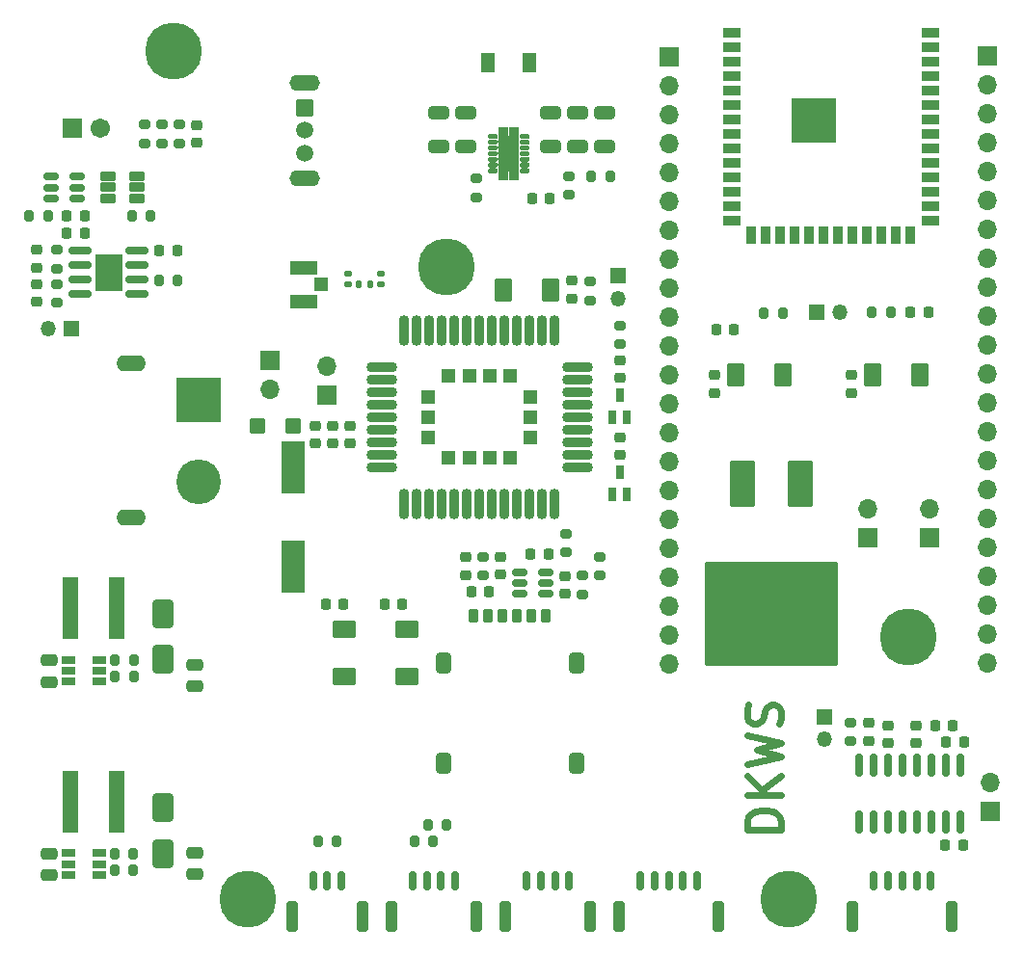
<source format=gbr>
%TF.GenerationSoftware,KiCad,Pcbnew,9.0.0*%
%TF.CreationDate,2025-05-21T17:06:58+02:00*%
%TF.ProjectId,DKWS_PCB,444b5753-5f50-4434-922e-6b696361645f,rev?*%
%TF.SameCoordinates,Original*%
%TF.FileFunction,Soldermask,Top*%
%TF.FilePolarity,Negative*%
%FSLAX46Y46*%
G04 Gerber Fmt 4.6, Leading zero omitted, Abs format (unit mm)*
G04 Created by KiCad (PCBNEW 9.0.0) date 2025-05-21 17:06:58*
%MOMM*%
%LPD*%
G01*
G04 APERTURE LIST*
G04 Aperture macros list*
%AMRoundRect*
0 Rectangle with rounded corners*
0 $1 Rounding radius*
0 $2 $3 $4 $5 $6 $7 $8 $9 X,Y pos of 4 corners*
0 Add a 4 corners polygon primitive as box body*
4,1,4,$2,$3,$4,$5,$6,$7,$8,$9,$2,$3,0*
0 Add four circle primitives for the rounded corners*
1,1,$1+$1,$2,$3*
1,1,$1+$1,$4,$5*
1,1,$1+$1,$6,$7*
1,1,$1+$1,$8,$9*
0 Add four rect primitives between the rounded corners*
20,1,$1+$1,$2,$3,$4,$5,0*
20,1,$1+$1,$4,$5,$6,$7,0*
20,1,$1+$1,$6,$7,$8,$9,0*
20,1,$1+$1,$8,$9,$2,$3,0*%
G04 Aperture macros list end*
%ADD10C,0.600000*%
%ADD11C,0.010000*%
%ADD12RoundRect,0.200000X0.275000X-0.200000X0.275000X0.200000X-0.275000X0.200000X-0.275000X-0.200000X0*%
%ADD13RoundRect,0.250000X-0.465000X-2.500000X0.465000X-2.500000X0.465000X2.500000X-0.465000X2.500000X0*%
%ADD14RoundRect,0.150000X-0.150000X-0.700000X0.150000X-0.700000X0.150000X0.700000X-0.150000X0.700000X0*%
%ADD15RoundRect,0.250000X-0.250000X-1.100000X0.250000X-1.100000X0.250000X1.100000X-0.250000X1.100000X0*%
%ADD16RoundRect,0.140000X0.170000X-0.140000X0.170000X0.140000X-0.170000X0.140000X-0.170000X-0.140000X0*%
%ADD17RoundRect,0.250000X0.650000X-0.325000X0.650000X0.325000X-0.650000X0.325000X-0.650000X-0.325000X0*%
%ADD18O,0.904000X2.704000*%
%ADD19O,2.704000X0.904000*%
%ADD20RoundRect,0.102000X0.500000X-0.500000X0.500000X0.500000X-0.500000X0.500000X-0.500000X-0.500000X0*%
%ADD21R,1.500000X0.900000*%
%ADD22R,0.900000X1.500000*%
%ADD23C,0.600000*%
%ADD24R,3.900000X3.900000*%
%ADD25RoundRect,0.225000X0.250000X-0.225000X0.250000X0.225000X-0.250000X0.225000X-0.250000X-0.225000X0*%
%ADD26R,1.700000X1.700000*%
%ADD27O,1.700000X1.700000*%
%ADD28RoundRect,0.135000X-0.135000X-0.185000X0.135000X-0.185000X0.135000X0.185000X-0.135000X0.185000X0*%
%ADD29RoundRect,0.200000X-0.275000X0.200000X-0.275000X-0.200000X0.275000X-0.200000X0.275000X0.200000X0*%
%ADD30RoundRect,0.150000X-0.512500X-0.150000X0.512500X-0.150000X0.512500X0.150000X-0.512500X0.150000X0*%
%ADD31C,0.800000*%
%ADD32C,5.000000*%
%ADD33RoundRect,0.218750X-0.256250X0.218750X-0.256250X-0.218750X0.256250X-0.218750X0.256250X0.218750X0*%
%ADD34RoundRect,0.225000X0.225000X0.250000X-0.225000X0.250000X-0.225000X-0.250000X0.225000X-0.250000X0*%
%ADD35R,1.350000X1.350000*%
%ADD36O,1.350000X1.350000*%
%ADD37RoundRect,0.102000X-0.654000X0.654000X-0.654000X-0.654000X0.654000X-0.654000X0.654000X0.654000X0*%
%ADD38C,1.512000*%
%ADD39O,2.664000X1.434000*%
%ADD40RoundRect,0.225000X-0.225000X-0.250000X0.225000X-0.250000X0.225000X0.250000X-0.225000X0.250000X0*%
%ADD41RoundRect,0.102000X0.500000X0.275000X-0.500000X0.275000X-0.500000X-0.275000X0.500000X-0.275000X0*%
%ADD42RoundRect,0.200000X-0.200000X-0.275000X0.200000X-0.275000X0.200000X0.275000X-0.200000X0.275000X0*%
%ADD43RoundRect,0.225000X-0.250000X0.225000X-0.250000X-0.225000X0.250000X-0.225000X0.250000X0.225000X0*%
%ADD44RoundRect,0.200000X0.200000X0.275000X-0.200000X0.275000X-0.200000X-0.275000X0.200000X-0.275000X0*%
%ADD45RoundRect,0.250000X0.650000X-1.000000X0.650000X1.000000X-0.650000X1.000000X-0.650000X-1.000000X0*%
%ADD46RoundRect,0.150000X0.512500X0.150000X-0.512500X0.150000X-0.512500X-0.150000X0.512500X-0.150000X0*%
%ADD47RoundRect,0.102000X0.540000X0.545000X-0.540000X0.545000X-0.540000X-0.545000X0.540000X-0.545000X0*%
%ADD48RoundRect,0.218750X0.218750X0.256250X-0.218750X0.256250X-0.218750X-0.256250X0.218750X-0.256250X0*%
%ADD49RoundRect,0.150000X-0.150000X0.825000X-0.150000X-0.825000X0.150000X-0.825000X0.150000X0.825000X0*%
%ADD50RoundRect,0.150000X0.825000X0.150000X-0.825000X0.150000X-0.825000X-0.150000X0.825000X-0.150000X0*%
%ADD51R,2.410000X3.300000*%
%ADD52RoundRect,0.218750X0.256250X-0.218750X0.256250X0.218750X-0.256250X0.218750X-0.256250X-0.218750X0*%
%ADD53RoundRect,0.102000X0.900000X-0.675000X0.900000X0.675000X-0.900000X0.675000X-0.900000X-0.675000X0*%
%ADD54RoundRect,0.102000X0.675000X0.900000X-0.675000X0.900000X-0.675000X-0.900000X0.675000X-0.900000X0*%
%ADD55RoundRect,0.198500X0.508500X0.198500X-0.508500X0.198500X-0.508500X-0.198500X0.508500X-0.198500X0*%
%ADD56RoundRect,0.045760X0.306240X-0.551240X0.306240X0.551240X-0.306240X0.551240X-0.306240X-0.551240X0*%
%ADD57RoundRect,0.102000X1.100000X-0.525000X1.100000X0.525000X-1.100000X0.525000X-1.100000X-0.525000X0*%
%ADD58RoundRect,0.102000X0.525000X-0.500000X0.525000X0.500000X-0.525000X0.500000X-0.525000X-0.500000X0*%
%ADD59C,1.712000*%
%ADD60RoundRect,0.102000X-0.754000X-0.754000X0.754000X-0.754000X0.754000X0.754000X-0.754000X0.754000X0*%
%ADD61RoundRect,0.102000X-1.040000X1.905000X-1.040000X-1.905000X1.040000X-1.905000X1.040000X1.905000X0*%
%ADD62RoundRect,0.102000X-5.715000X4.445000X-5.715000X-4.445000X5.715000X-4.445000X5.715000X4.445000X0*%
%ADD63RoundRect,0.250000X-0.475000X0.250000X-0.475000X-0.250000X0.475000X-0.250000X0.475000X0.250000X0*%
%ADD64C,0.804000*%
%ADD65RoundRect,0.102000X-0.950000X2.200000X-0.950000X-2.200000X0.950000X-2.200000X0.950000X2.200000X0*%
%ADD66RoundRect,0.102000X-0.675000X-0.900000X0.675000X-0.900000X0.675000X0.900000X-0.675000X0.900000X0*%
%ADD67R,1.150000X1.775000*%
%ADD68RoundRect,0.102000X1.858000X-1.858000X1.858000X1.858000X-1.858000X1.858000X-1.858000X-1.858000X0*%
%ADD69C,3.920000*%
%ADD70O,2.604000X1.404000*%
%ADD71RoundRect,0.225000X-0.225000X-0.375000X0.225000X-0.375000X0.225000X0.375000X-0.225000X0.375000X0*%
%ADD72RoundRect,0.250000X-0.400000X-0.650000X0.400000X-0.650000X0.400000X0.650000X-0.400000X0.650000X0*%
G04 APERTURE END LIST*
D10*
X90825157Y-112294071D02*
X87825157Y-112294071D01*
X87825157Y-112294071D02*
X87825157Y-111579785D01*
X87825157Y-111579785D02*
X87968014Y-111151214D01*
X87968014Y-111151214D02*
X88253728Y-110865499D01*
X88253728Y-110865499D02*
X88539442Y-110722642D01*
X88539442Y-110722642D02*
X89110871Y-110579785D01*
X89110871Y-110579785D02*
X89539442Y-110579785D01*
X89539442Y-110579785D02*
X90110871Y-110722642D01*
X90110871Y-110722642D02*
X90396585Y-110865499D01*
X90396585Y-110865499D02*
X90682300Y-111151214D01*
X90682300Y-111151214D02*
X90825157Y-111579785D01*
X90825157Y-111579785D02*
X90825157Y-112294071D01*
X90825157Y-109294071D02*
X87825157Y-109294071D01*
X90825157Y-107579785D02*
X89110871Y-108865499D01*
X87825157Y-107579785D02*
X89539442Y-109294071D01*
X87825157Y-106579785D02*
X90825157Y-105865499D01*
X90825157Y-105865499D02*
X88682300Y-105294071D01*
X88682300Y-105294071D02*
X90825157Y-104722642D01*
X90825157Y-104722642D02*
X87825157Y-104008357D01*
X90682300Y-103008357D02*
X90825157Y-102579786D01*
X90825157Y-102579786D02*
X90825157Y-101865500D01*
X90825157Y-101865500D02*
X90682300Y-101579786D01*
X90682300Y-101579786D02*
X90539442Y-101436928D01*
X90539442Y-101436928D02*
X90253728Y-101294071D01*
X90253728Y-101294071D02*
X89968014Y-101294071D01*
X89968014Y-101294071D02*
X89682300Y-101436928D01*
X89682300Y-101436928D02*
X89539442Y-101579786D01*
X89539442Y-101579786D02*
X89396585Y-101865500D01*
X89396585Y-101865500D02*
X89253728Y-102436928D01*
X89253728Y-102436928D02*
X89110871Y-102722643D01*
X89110871Y-102722643D02*
X88968014Y-102865500D01*
X88968014Y-102865500D02*
X88682300Y-103008357D01*
X88682300Y-103008357D02*
X88396585Y-103008357D01*
X88396585Y-103008357D02*
X88110871Y-102865500D01*
X88110871Y-102865500D02*
X87968014Y-102722643D01*
X87968014Y-102722643D02*
X87825157Y-102436928D01*
X87825157Y-102436928D02*
X87825157Y-101722643D01*
X87825157Y-101722643D02*
X87968014Y-101294071D01*
D11*
%TO.C,U5*%
X66348500Y-51370500D02*
X66468500Y-51370500D01*
X66468500Y-50595500D01*
X66808500Y-50595500D01*
X66808500Y-51370500D01*
X66928500Y-51370500D01*
X66928500Y-50595500D01*
X67268500Y-50595500D01*
X67268500Y-51370500D01*
X67388500Y-51370500D01*
X67388500Y-50595500D01*
X67728500Y-50595500D01*
X67728500Y-55135500D01*
X67388500Y-55135500D01*
X67388500Y-54360500D01*
X67268500Y-54360500D01*
X67268500Y-55135500D01*
X66928500Y-55135500D01*
X66928500Y-54360500D01*
X66808500Y-54360500D01*
X66808500Y-55135500D01*
X66468500Y-55135500D01*
X66468500Y-54360500D01*
X66348500Y-54360500D01*
X66348500Y-55135500D01*
X66008500Y-55135500D01*
X66008500Y-50595500D01*
X66348500Y-50595500D01*
X66348500Y-51370500D01*
G36*
X66348500Y-51370500D02*
G01*
X66468500Y-51370500D01*
X66468500Y-50595500D01*
X66808500Y-50595500D01*
X66808500Y-51370500D01*
X66928500Y-51370500D01*
X66928500Y-50595500D01*
X67268500Y-50595500D01*
X67268500Y-51370500D01*
X67388500Y-51370500D01*
X67388500Y-50595500D01*
X67728500Y-50595500D01*
X67728500Y-55135500D01*
X67388500Y-55135500D01*
X67388500Y-54360500D01*
X67268500Y-54360500D01*
X67268500Y-55135500D01*
X66928500Y-55135500D01*
X66928500Y-54360500D01*
X66808500Y-54360500D01*
X66808500Y-55135500D01*
X66468500Y-55135500D01*
X66468500Y-54360500D01*
X66348500Y-54360500D01*
X66348500Y-55135500D01*
X66008500Y-55135500D01*
X66008500Y-50595500D01*
X66348500Y-50595500D01*
X66348500Y-51370500D01*
G37*
X65668500Y-51176500D02*
X65678500Y-51177500D01*
X65688500Y-51179500D01*
X65697500Y-51181500D01*
X65707500Y-51184500D01*
X65716500Y-51188500D01*
X65725500Y-51191500D01*
X65734500Y-51196500D01*
X65743500Y-51200500D01*
X65751500Y-51206500D01*
X65760500Y-51211500D01*
X65768500Y-51217500D01*
X65775500Y-51224500D01*
X65782500Y-51231500D01*
X65789500Y-51238500D01*
X65796500Y-51245500D01*
X65802500Y-51253500D01*
X65807500Y-51262500D01*
X65813500Y-51270500D01*
X65817500Y-51279500D01*
X65822500Y-51288500D01*
X65825500Y-51297500D01*
X65829500Y-51306500D01*
X65832500Y-51316500D01*
X65834500Y-51325500D01*
X65836500Y-51335500D01*
X65837500Y-51345500D01*
X65838500Y-51355500D01*
X65838500Y-51365500D01*
X65838500Y-51375500D01*
X65837500Y-51385500D01*
X65836500Y-51395500D01*
X65834500Y-51405500D01*
X65832500Y-51414500D01*
X65829500Y-51424500D01*
X65825500Y-51433500D01*
X65822500Y-51442500D01*
X65817500Y-51451500D01*
X65813500Y-51460500D01*
X65807500Y-51468500D01*
X65802500Y-51477500D01*
X65796500Y-51485500D01*
X65789500Y-51492500D01*
X65782500Y-51499500D01*
X65775500Y-51506500D01*
X65768500Y-51513500D01*
X65760500Y-51519500D01*
X65751500Y-51524500D01*
X65743500Y-51530500D01*
X65734500Y-51534500D01*
X65725500Y-51539500D01*
X65716500Y-51542500D01*
X65707500Y-51546500D01*
X65697500Y-51549500D01*
X65688500Y-51551500D01*
X65678500Y-51553500D01*
X65668500Y-51554500D01*
X65658500Y-51555500D01*
X65648500Y-51555500D01*
X65288500Y-51555500D01*
X65278500Y-51555500D01*
X65268500Y-51554500D01*
X65258500Y-51553500D01*
X65248500Y-51551500D01*
X65239500Y-51549500D01*
X65229500Y-51546500D01*
X65220500Y-51542500D01*
X65211500Y-51539500D01*
X65202500Y-51534500D01*
X65193500Y-51530500D01*
X65185500Y-51524500D01*
X65176500Y-51519500D01*
X65168500Y-51513500D01*
X65161500Y-51506500D01*
X65154500Y-51499500D01*
X65147500Y-51492500D01*
X65140500Y-51485500D01*
X65134500Y-51477500D01*
X65129500Y-51468500D01*
X65123500Y-51460500D01*
X65119500Y-51451500D01*
X65114500Y-51442500D01*
X65111500Y-51433500D01*
X65107500Y-51424500D01*
X65104500Y-51414500D01*
X65102500Y-51405500D01*
X65100500Y-51395500D01*
X65099500Y-51385500D01*
X65098500Y-51375500D01*
X65098500Y-51365500D01*
X65098500Y-51355500D01*
X65099500Y-51345500D01*
X65100500Y-51335500D01*
X65102500Y-51325500D01*
X65104500Y-51316500D01*
X65107500Y-51306500D01*
X65111500Y-51297500D01*
X65114500Y-51288500D01*
X65119500Y-51279500D01*
X65123500Y-51270500D01*
X65129500Y-51262500D01*
X65134500Y-51253500D01*
X65140500Y-51245500D01*
X65147500Y-51238500D01*
X65154500Y-51231500D01*
X65161500Y-51224500D01*
X65168500Y-51217500D01*
X65176500Y-51211500D01*
X65185500Y-51206500D01*
X65193500Y-51200500D01*
X65202500Y-51196500D01*
X65211500Y-51191500D01*
X65220500Y-51188500D01*
X65229500Y-51184500D01*
X65239500Y-51181500D01*
X65248500Y-51179500D01*
X65258500Y-51177500D01*
X65268500Y-51176500D01*
X65278500Y-51175500D01*
X65288500Y-51175500D01*
X65648500Y-51175500D01*
X65658500Y-51175500D01*
X65668500Y-51176500D01*
G36*
X65668500Y-51176500D02*
G01*
X65678500Y-51177500D01*
X65688500Y-51179500D01*
X65697500Y-51181500D01*
X65707500Y-51184500D01*
X65716500Y-51188500D01*
X65725500Y-51191500D01*
X65734500Y-51196500D01*
X65743500Y-51200500D01*
X65751500Y-51206500D01*
X65760500Y-51211500D01*
X65768500Y-51217500D01*
X65775500Y-51224500D01*
X65782500Y-51231500D01*
X65789500Y-51238500D01*
X65796500Y-51245500D01*
X65802500Y-51253500D01*
X65807500Y-51262500D01*
X65813500Y-51270500D01*
X65817500Y-51279500D01*
X65822500Y-51288500D01*
X65825500Y-51297500D01*
X65829500Y-51306500D01*
X65832500Y-51316500D01*
X65834500Y-51325500D01*
X65836500Y-51335500D01*
X65837500Y-51345500D01*
X65838500Y-51355500D01*
X65838500Y-51365500D01*
X65838500Y-51375500D01*
X65837500Y-51385500D01*
X65836500Y-51395500D01*
X65834500Y-51405500D01*
X65832500Y-51414500D01*
X65829500Y-51424500D01*
X65825500Y-51433500D01*
X65822500Y-51442500D01*
X65817500Y-51451500D01*
X65813500Y-51460500D01*
X65807500Y-51468500D01*
X65802500Y-51477500D01*
X65796500Y-51485500D01*
X65789500Y-51492500D01*
X65782500Y-51499500D01*
X65775500Y-51506500D01*
X65768500Y-51513500D01*
X65760500Y-51519500D01*
X65751500Y-51524500D01*
X65743500Y-51530500D01*
X65734500Y-51534500D01*
X65725500Y-51539500D01*
X65716500Y-51542500D01*
X65707500Y-51546500D01*
X65697500Y-51549500D01*
X65688500Y-51551500D01*
X65678500Y-51553500D01*
X65668500Y-51554500D01*
X65658500Y-51555500D01*
X65648500Y-51555500D01*
X65288500Y-51555500D01*
X65278500Y-51555500D01*
X65268500Y-51554500D01*
X65258500Y-51553500D01*
X65248500Y-51551500D01*
X65239500Y-51549500D01*
X65229500Y-51546500D01*
X65220500Y-51542500D01*
X65211500Y-51539500D01*
X65202500Y-51534500D01*
X65193500Y-51530500D01*
X65185500Y-51524500D01*
X65176500Y-51519500D01*
X65168500Y-51513500D01*
X65161500Y-51506500D01*
X65154500Y-51499500D01*
X65147500Y-51492500D01*
X65140500Y-51485500D01*
X65134500Y-51477500D01*
X65129500Y-51468500D01*
X65123500Y-51460500D01*
X65119500Y-51451500D01*
X65114500Y-51442500D01*
X65111500Y-51433500D01*
X65107500Y-51424500D01*
X65104500Y-51414500D01*
X65102500Y-51405500D01*
X65100500Y-51395500D01*
X65099500Y-51385500D01*
X65098500Y-51375500D01*
X65098500Y-51365500D01*
X65098500Y-51355500D01*
X65099500Y-51345500D01*
X65100500Y-51335500D01*
X65102500Y-51325500D01*
X65104500Y-51316500D01*
X65107500Y-51306500D01*
X65111500Y-51297500D01*
X65114500Y-51288500D01*
X65119500Y-51279500D01*
X65123500Y-51270500D01*
X65129500Y-51262500D01*
X65134500Y-51253500D01*
X65140500Y-51245500D01*
X65147500Y-51238500D01*
X65154500Y-51231500D01*
X65161500Y-51224500D01*
X65168500Y-51217500D01*
X65176500Y-51211500D01*
X65185500Y-51206500D01*
X65193500Y-51200500D01*
X65202500Y-51196500D01*
X65211500Y-51191500D01*
X65220500Y-51188500D01*
X65229500Y-51184500D01*
X65239500Y-51181500D01*
X65248500Y-51179500D01*
X65258500Y-51177500D01*
X65268500Y-51176500D01*
X65278500Y-51175500D01*
X65288500Y-51175500D01*
X65648500Y-51175500D01*
X65658500Y-51175500D01*
X65668500Y-51176500D01*
G37*
X65668500Y-51676500D02*
X65678500Y-51677500D01*
X65688500Y-51679500D01*
X65697500Y-51681500D01*
X65707500Y-51684500D01*
X65716500Y-51688500D01*
X65725500Y-51691500D01*
X65734500Y-51696500D01*
X65743500Y-51700500D01*
X65751500Y-51706500D01*
X65760500Y-51711500D01*
X65768500Y-51717500D01*
X65775500Y-51724500D01*
X65782500Y-51731500D01*
X65789500Y-51738500D01*
X65796500Y-51745500D01*
X65802500Y-51753500D01*
X65807500Y-51762500D01*
X65813500Y-51770500D01*
X65817500Y-51779500D01*
X65822500Y-51788500D01*
X65825500Y-51797500D01*
X65829500Y-51806500D01*
X65832500Y-51816500D01*
X65834500Y-51825500D01*
X65836500Y-51835500D01*
X65837500Y-51845500D01*
X65838500Y-51855500D01*
X65838500Y-51865500D01*
X65838500Y-51875500D01*
X65837500Y-51885500D01*
X65836500Y-51895500D01*
X65834500Y-51905500D01*
X65832500Y-51914500D01*
X65829500Y-51924500D01*
X65825500Y-51933500D01*
X65822500Y-51942500D01*
X65817500Y-51951500D01*
X65813500Y-51960500D01*
X65807500Y-51968500D01*
X65802500Y-51977500D01*
X65796500Y-51985500D01*
X65789500Y-51992500D01*
X65782500Y-51999500D01*
X65775500Y-52006500D01*
X65768500Y-52013500D01*
X65760500Y-52019500D01*
X65751500Y-52024500D01*
X65743500Y-52030500D01*
X65734500Y-52034500D01*
X65725500Y-52039500D01*
X65716500Y-52042500D01*
X65707500Y-52046500D01*
X65697500Y-52049500D01*
X65688500Y-52051500D01*
X65678500Y-52053500D01*
X65668500Y-52054500D01*
X65658500Y-52055500D01*
X65648500Y-52055500D01*
X65288500Y-52055500D01*
X65278500Y-52055500D01*
X65268500Y-52054500D01*
X65258500Y-52053500D01*
X65248500Y-52051500D01*
X65239500Y-52049500D01*
X65229500Y-52046500D01*
X65220500Y-52042500D01*
X65211500Y-52039500D01*
X65202500Y-52034500D01*
X65193500Y-52030500D01*
X65185500Y-52024500D01*
X65176500Y-52019500D01*
X65168500Y-52013500D01*
X65161500Y-52006500D01*
X65154500Y-51999500D01*
X65147500Y-51992500D01*
X65140500Y-51985500D01*
X65134500Y-51977500D01*
X65129500Y-51968500D01*
X65123500Y-51960500D01*
X65119500Y-51951500D01*
X65114500Y-51942500D01*
X65111500Y-51933500D01*
X65107500Y-51924500D01*
X65104500Y-51914500D01*
X65102500Y-51905500D01*
X65100500Y-51895500D01*
X65099500Y-51885500D01*
X65098500Y-51875500D01*
X65098500Y-51865500D01*
X65098500Y-51855500D01*
X65099500Y-51845500D01*
X65100500Y-51835500D01*
X65102500Y-51825500D01*
X65104500Y-51816500D01*
X65107500Y-51806500D01*
X65111500Y-51797500D01*
X65114500Y-51788500D01*
X65119500Y-51779500D01*
X65123500Y-51770500D01*
X65129500Y-51762500D01*
X65134500Y-51753500D01*
X65140500Y-51745500D01*
X65147500Y-51738500D01*
X65154500Y-51731500D01*
X65161500Y-51724500D01*
X65168500Y-51717500D01*
X65176500Y-51711500D01*
X65185500Y-51706500D01*
X65193500Y-51700500D01*
X65202500Y-51696500D01*
X65211500Y-51691500D01*
X65220500Y-51688500D01*
X65229500Y-51684500D01*
X65239500Y-51681500D01*
X65248500Y-51679500D01*
X65258500Y-51677500D01*
X65268500Y-51676500D01*
X65278500Y-51675500D01*
X65288500Y-51675500D01*
X65648500Y-51675500D01*
X65658500Y-51675500D01*
X65668500Y-51676500D01*
G36*
X65668500Y-51676500D02*
G01*
X65678500Y-51677500D01*
X65688500Y-51679500D01*
X65697500Y-51681500D01*
X65707500Y-51684500D01*
X65716500Y-51688500D01*
X65725500Y-51691500D01*
X65734500Y-51696500D01*
X65743500Y-51700500D01*
X65751500Y-51706500D01*
X65760500Y-51711500D01*
X65768500Y-51717500D01*
X65775500Y-51724500D01*
X65782500Y-51731500D01*
X65789500Y-51738500D01*
X65796500Y-51745500D01*
X65802500Y-51753500D01*
X65807500Y-51762500D01*
X65813500Y-51770500D01*
X65817500Y-51779500D01*
X65822500Y-51788500D01*
X65825500Y-51797500D01*
X65829500Y-51806500D01*
X65832500Y-51816500D01*
X65834500Y-51825500D01*
X65836500Y-51835500D01*
X65837500Y-51845500D01*
X65838500Y-51855500D01*
X65838500Y-51865500D01*
X65838500Y-51875500D01*
X65837500Y-51885500D01*
X65836500Y-51895500D01*
X65834500Y-51905500D01*
X65832500Y-51914500D01*
X65829500Y-51924500D01*
X65825500Y-51933500D01*
X65822500Y-51942500D01*
X65817500Y-51951500D01*
X65813500Y-51960500D01*
X65807500Y-51968500D01*
X65802500Y-51977500D01*
X65796500Y-51985500D01*
X65789500Y-51992500D01*
X65782500Y-51999500D01*
X65775500Y-52006500D01*
X65768500Y-52013500D01*
X65760500Y-52019500D01*
X65751500Y-52024500D01*
X65743500Y-52030500D01*
X65734500Y-52034500D01*
X65725500Y-52039500D01*
X65716500Y-52042500D01*
X65707500Y-52046500D01*
X65697500Y-52049500D01*
X65688500Y-52051500D01*
X65678500Y-52053500D01*
X65668500Y-52054500D01*
X65658500Y-52055500D01*
X65648500Y-52055500D01*
X65288500Y-52055500D01*
X65278500Y-52055500D01*
X65268500Y-52054500D01*
X65258500Y-52053500D01*
X65248500Y-52051500D01*
X65239500Y-52049500D01*
X65229500Y-52046500D01*
X65220500Y-52042500D01*
X65211500Y-52039500D01*
X65202500Y-52034500D01*
X65193500Y-52030500D01*
X65185500Y-52024500D01*
X65176500Y-52019500D01*
X65168500Y-52013500D01*
X65161500Y-52006500D01*
X65154500Y-51999500D01*
X65147500Y-51992500D01*
X65140500Y-51985500D01*
X65134500Y-51977500D01*
X65129500Y-51968500D01*
X65123500Y-51960500D01*
X65119500Y-51951500D01*
X65114500Y-51942500D01*
X65111500Y-51933500D01*
X65107500Y-51924500D01*
X65104500Y-51914500D01*
X65102500Y-51905500D01*
X65100500Y-51895500D01*
X65099500Y-51885500D01*
X65098500Y-51875500D01*
X65098500Y-51865500D01*
X65098500Y-51855500D01*
X65099500Y-51845500D01*
X65100500Y-51835500D01*
X65102500Y-51825500D01*
X65104500Y-51816500D01*
X65107500Y-51806500D01*
X65111500Y-51797500D01*
X65114500Y-51788500D01*
X65119500Y-51779500D01*
X65123500Y-51770500D01*
X65129500Y-51762500D01*
X65134500Y-51753500D01*
X65140500Y-51745500D01*
X65147500Y-51738500D01*
X65154500Y-51731500D01*
X65161500Y-51724500D01*
X65168500Y-51717500D01*
X65176500Y-51711500D01*
X65185500Y-51706500D01*
X65193500Y-51700500D01*
X65202500Y-51696500D01*
X65211500Y-51691500D01*
X65220500Y-51688500D01*
X65229500Y-51684500D01*
X65239500Y-51681500D01*
X65248500Y-51679500D01*
X65258500Y-51677500D01*
X65268500Y-51676500D01*
X65278500Y-51675500D01*
X65288500Y-51675500D01*
X65648500Y-51675500D01*
X65658500Y-51675500D01*
X65668500Y-51676500D01*
G37*
X65668500Y-52176500D02*
X65678500Y-52177500D01*
X65688500Y-52179500D01*
X65697500Y-52181500D01*
X65707500Y-52184500D01*
X65716500Y-52188500D01*
X65725500Y-52191500D01*
X65734500Y-52196500D01*
X65743500Y-52200500D01*
X65751500Y-52206500D01*
X65760500Y-52211500D01*
X65768500Y-52217500D01*
X65775500Y-52224500D01*
X65782500Y-52231500D01*
X65789500Y-52238500D01*
X65796500Y-52245500D01*
X65802500Y-52253500D01*
X65807500Y-52262500D01*
X65813500Y-52270500D01*
X65817500Y-52279500D01*
X65822500Y-52288500D01*
X65825500Y-52297500D01*
X65829500Y-52306500D01*
X65832500Y-52316500D01*
X65834500Y-52325500D01*
X65836500Y-52335500D01*
X65837500Y-52345500D01*
X65838500Y-52355500D01*
X65838500Y-52365500D01*
X65838500Y-52375500D01*
X65837500Y-52385500D01*
X65836500Y-52395500D01*
X65834500Y-52405500D01*
X65832500Y-52414500D01*
X65829500Y-52424500D01*
X65825500Y-52433500D01*
X65822500Y-52442500D01*
X65817500Y-52451500D01*
X65813500Y-52460500D01*
X65807500Y-52468500D01*
X65802500Y-52477500D01*
X65796500Y-52485500D01*
X65789500Y-52492500D01*
X65782500Y-52499500D01*
X65775500Y-52506500D01*
X65768500Y-52513500D01*
X65760500Y-52519500D01*
X65751500Y-52524500D01*
X65743500Y-52530500D01*
X65734500Y-52534500D01*
X65725500Y-52539500D01*
X65716500Y-52542500D01*
X65707500Y-52546500D01*
X65697500Y-52549500D01*
X65688500Y-52551500D01*
X65678500Y-52553500D01*
X65668500Y-52554500D01*
X65658500Y-52555500D01*
X65648500Y-52555500D01*
X65288500Y-52555500D01*
X65278500Y-52555500D01*
X65268500Y-52554500D01*
X65258500Y-52553500D01*
X65248500Y-52551500D01*
X65239500Y-52549500D01*
X65229500Y-52546500D01*
X65220500Y-52542500D01*
X65211500Y-52539500D01*
X65202500Y-52534500D01*
X65193500Y-52530500D01*
X65185500Y-52524500D01*
X65176500Y-52519500D01*
X65168500Y-52513500D01*
X65161500Y-52506500D01*
X65154500Y-52499500D01*
X65147500Y-52492500D01*
X65140500Y-52485500D01*
X65134500Y-52477500D01*
X65129500Y-52468500D01*
X65123500Y-52460500D01*
X65119500Y-52451500D01*
X65114500Y-52442500D01*
X65111500Y-52433500D01*
X65107500Y-52424500D01*
X65104500Y-52414500D01*
X65102500Y-52405500D01*
X65100500Y-52395500D01*
X65099500Y-52385500D01*
X65098500Y-52375500D01*
X65098500Y-52365500D01*
X65098500Y-52355500D01*
X65099500Y-52345500D01*
X65100500Y-52335500D01*
X65102500Y-52325500D01*
X65104500Y-52316500D01*
X65107500Y-52306500D01*
X65111500Y-52297500D01*
X65114500Y-52288500D01*
X65119500Y-52279500D01*
X65123500Y-52270500D01*
X65129500Y-52262500D01*
X65134500Y-52253500D01*
X65140500Y-52245500D01*
X65147500Y-52238500D01*
X65154500Y-52231500D01*
X65161500Y-52224500D01*
X65168500Y-52217500D01*
X65176500Y-52211500D01*
X65185500Y-52206500D01*
X65193500Y-52200500D01*
X65202500Y-52196500D01*
X65211500Y-52191500D01*
X65220500Y-52188500D01*
X65229500Y-52184500D01*
X65239500Y-52181500D01*
X65248500Y-52179500D01*
X65258500Y-52177500D01*
X65268500Y-52176500D01*
X65278500Y-52175500D01*
X65288500Y-52175500D01*
X65648500Y-52175500D01*
X65658500Y-52175500D01*
X65668500Y-52176500D01*
G36*
X65668500Y-52176500D02*
G01*
X65678500Y-52177500D01*
X65688500Y-52179500D01*
X65697500Y-52181500D01*
X65707500Y-52184500D01*
X65716500Y-52188500D01*
X65725500Y-52191500D01*
X65734500Y-52196500D01*
X65743500Y-52200500D01*
X65751500Y-52206500D01*
X65760500Y-52211500D01*
X65768500Y-52217500D01*
X65775500Y-52224500D01*
X65782500Y-52231500D01*
X65789500Y-52238500D01*
X65796500Y-52245500D01*
X65802500Y-52253500D01*
X65807500Y-52262500D01*
X65813500Y-52270500D01*
X65817500Y-52279500D01*
X65822500Y-52288500D01*
X65825500Y-52297500D01*
X65829500Y-52306500D01*
X65832500Y-52316500D01*
X65834500Y-52325500D01*
X65836500Y-52335500D01*
X65837500Y-52345500D01*
X65838500Y-52355500D01*
X65838500Y-52365500D01*
X65838500Y-52375500D01*
X65837500Y-52385500D01*
X65836500Y-52395500D01*
X65834500Y-52405500D01*
X65832500Y-52414500D01*
X65829500Y-52424500D01*
X65825500Y-52433500D01*
X65822500Y-52442500D01*
X65817500Y-52451500D01*
X65813500Y-52460500D01*
X65807500Y-52468500D01*
X65802500Y-52477500D01*
X65796500Y-52485500D01*
X65789500Y-52492500D01*
X65782500Y-52499500D01*
X65775500Y-52506500D01*
X65768500Y-52513500D01*
X65760500Y-52519500D01*
X65751500Y-52524500D01*
X65743500Y-52530500D01*
X65734500Y-52534500D01*
X65725500Y-52539500D01*
X65716500Y-52542500D01*
X65707500Y-52546500D01*
X65697500Y-52549500D01*
X65688500Y-52551500D01*
X65678500Y-52553500D01*
X65668500Y-52554500D01*
X65658500Y-52555500D01*
X65648500Y-52555500D01*
X65288500Y-52555500D01*
X65278500Y-52555500D01*
X65268500Y-52554500D01*
X65258500Y-52553500D01*
X65248500Y-52551500D01*
X65239500Y-52549500D01*
X65229500Y-52546500D01*
X65220500Y-52542500D01*
X65211500Y-52539500D01*
X65202500Y-52534500D01*
X65193500Y-52530500D01*
X65185500Y-52524500D01*
X65176500Y-52519500D01*
X65168500Y-52513500D01*
X65161500Y-52506500D01*
X65154500Y-52499500D01*
X65147500Y-52492500D01*
X65140500Y-52485500D01*
X65134500Y-52477500D01*
X65129500Y-52468500D01*
X65123500Y-52460500D01*
X65119500Y-52451500D01*
X65114500Y-52442500D01*
X65111500Y-52433500D01*
X65107500Y-52424500D01*
X65104500Y-52414500D01*
X65102500Y-52405500D01*
X65100500Y-52395500D01*
X65099500Y-52385500D01*
X65098500Y-52375500D01*
X65098500Y-52365500D01*
X65098500Y-52355500D01*
X65099500Y-52345500D01*
X65100500Y-52335500D01*
X65102500Y-52325500D01*
X65104500Y-52316500D01*
X65107500Y-52306500D01*
X65111500Y-52297500D01*
X65114500Y-52288500D01*
X65119500Y-52279500D01*
X65123500Y-52270500D01*
X65129500Y-52262500D01*
X65134500Y-52253500D01*
X65140500Y-52245500D01*
X65147500Y-52238500D01*
X65154500Y-52231500D01*
X65161500Y-52224500D01*
X65168500Y-52217500D01*
X65176500Y-52211500D01*
X65185500Y-52206500D01*
X65193500Y-52200500D01*
X65202500Y-52196500D01*
X65211500Y-52191500D01*
X65220500Y-52188500D01*
X65229500Y-52184500D01*
X65239500Y-52181500D01*
X65248500Y-52179500D01*
X65258500Y-52177500D01*
X65268500Y-52176500D01*
X65278500Y-52175500D01*
X65288500Y-52175500D01*
X65648500Y-52175500D01*
X65658500Y-52175500D01*
X65668500Y-52176500D01*
G37*
X65668500Y-52676500D02*
X65678500Y-52677500D01*
X65688500Y-52679500D01*
X65697500Y-52681500D01*
X65707500Y-52684500D01*
X65716500Y-52688500D01*
X65725500Y-52691500D01*
X65734500Y-52696500D01*
X65743500Y-52700500D01*
X65751500Y-52706500D01*
X65760500Y-52711500D01*
X65768500Y-52717500D01*
X65775500Y-52724500D01*
X65782500Y-52731500D01*
X65789500Y-52738500D01*
X65796500Y-52745500D01*
X65802500Y-52753500D01*
X65807500Y-52762500D01*
X65813500Y-52770500D01*
X65817500Y-52779500D01*
X65822500Y-52788500D01*
X65825500Y-52797500D01*
X65829500Y-52806500D01*
X65832500Y-52816500D01*
X65834500Y-52825500D01*
X65836500Y-52835500D01*
X65837500Y-52845500D01*
X65838500Y-52855500D01*
X65838500Y-52865500D01*
X65838500Y-52875500D01*
X65837500Y-52885500D01*
X65836500Y-52895500D01*
X65834500Y-52905500D01*
X65832500Y-52914500D01*
X65829500Y-52924500D01*
X65825500Y-52933500D01*
X65822500Y-52942500D01*
X65817500Y-52951500D01*
X65813500Y-52960500D01*
X65807500Y-52968500D01*
X65802500Y-52977500D01*
X65796500Y-52985500D01*
X65789500Y-52992500D01*
X65782500Y-52999500D01*
X65775500Y-53006500D01*
X65768500Y-53013500D01*
X65760500Y-53019500D01*
X65751500Y-53024500D01*
X65743500Y-53030500D01*
X65734500Y-53034500D01*
X65725500Y-53039500D01*
X65716500Y-53042500D01*
X65707500Y-53046500D01*
X65697500Y-53049500D01*
X65688500Y-53051500D01*
X65678500Y-53053500D01*
X65668500Y-53054500D01*
X65658500Y-53055500D01*
X65648500Y-53055500D01*
X65288500Y-53055500D01*
X65278500Y-53055500D01*
X65268500Y-53054500D01*
X65258500Y-53053500D01*
X65248500Y-53051500D01*
X65239500Y-53049500D01*
X65229500Y-53046500D01*
X65220500Y-53042500D01*
X65211500Y-53039500D01*
X65202500Y-53034500D01*
X65193500Y-53030500D01*
X65185500Y-53024500D01*
X65176500Y-53019500D01*
X65168500Y-53013500D01*
X65161500Y-53006500D01*
X65154500Y-52999500D01*
X65147500Y-52992500D01*
X65140500Y-52985500D01*
X65134500Y-52977500D01*
X65129500Y-52968500D01*
X65123500Y-52960500D01*
X65119500Y-52951500D01*
X65114500Y-52942500D01*
X65111500Y-52933500D01*
X65107500Y-52924500D01*
X65104500Y-52914500D01*
X65102500Y-52905500D01*
X65100500Y-52895500D01*
X65099500Y-52885500D01*
X65098500Y-52875500D01*
X65098500Y-52865500D01*
X65098500Y-52855500D01*
X65099500Y-52845500D01*
X65100500Y-52835500D01*
X65102500Y-52825500D01*
X65104500Y-52816500D01*
X65107500Y-52806500D01*
X65111500Y-52797500D01*
X65114500Y-52788500D01*
X65119500Y-52779500D01*
X65123500Y-52770500D01*
X65129500Y-52762500D01*
X65134500Y-52753500D01*
X65140500Y-52745500D01*
X65147500Y-52738500D01*
X65154500Y-52731500D01*
X65161500Y-52724500D01*
X65168500Y-52717500D01*
X65176500Y-52711500D01*
X65185500Y-52706500D01*
X65193500Y-52700500D01*
X65202500Y-52696500D01*
X65211500Y-52691500D01*
X65220500Y-52688500D01*
X65229500Y-52684500D01*
X65239500Y-52681500D01*
X65248500Y-52679500D01*
X65258500Y-52677500D01*
X65268500Y-52676500D01*
X65278500Y-52675500D01*
X65288500Y-52675500D01*
X65648500Y-52675500D01*
X65658500Y-52675500D01*
X65668500Y-52676500D01*
G36*
X65668500Y-52676500D02*
G01*
X65678500Y-52677500D01*
X65688500Y-52679500D01*
X65697500Y-52681500D01*
X65707500Y-52684500D01*
X65716500Y-52688500D01*
X65725500Y-52691500D01*
X65734500Y-52696500D01*
X65743500Y-52700500D01*
X65751500Y-52706500D01*
X65760500Y-52711500D01*
X65768500Y-52717500D01*
X65775500Y-52724500D01*
X65782500Y-52731500D01*
X65789500Y-52738500D01*
X65796500Y-52745500D01*
X65802500Y-52753500D01*
X65807500Y-52762500D01*
X65813500Y-52770500D01*
X65817500Y-52779500D01*
X65822500Y-52788500D01*
X65825500Y-52797500D01*
X65829500Y-52806500D01*
X65832500Y-52816500D01*
X65834500Y-52825500D01*
X65836500Y-52835500D01*
X65837500Y-52845500D01*
X65838500Y-52855500D01*
X65838500Y-52865500D01*
X65838500Y-52875500D01*
X65837500Y-52885500D01*
X65836500Y-52895500D01*
X65834500Y-52905500D01*
X65832500Y-52914500D01*
X65829500Y-52924500D01*
X65825500Y-52933500D01*
X65822500Y-52942500D01*
X65817500Y-52951500D01*
X65813500Y-52960500D01*
X65807500Y-52968500D01*
X65802500Y-52977500D01*
X65796500Y-52985500D01*
X65789500Y-52992500D01*
X65782500Y-52999500D01*
X65775500Y-53006500D01*
X65768500Y-53013500D01*
X65760500Y-53019500D01*
X65751500Y-53024500D01*
X65743500Y-53030500D01*
X65734500Y-53034500D01*
X65725500Y-53039500D01*
X65716500Y-53042500D01*
X65707500Y-53046500D01*
X65697500Y-53049500D01*
X65688500Y-53051500D01*
X65678500Y-53053500D01*
X65668500Y-53054500D01*
X65658500Y-53055500D01*
X65648500Y-53055500D01*
X65288500Y-53055500D01*
X65278500Y-53055500D01*
X65268500Y-53054500D01*
X65258500Y-53053500D01*
X65248500Y-53051500D01*
X65239500Y-53049500D01*
X65229500Y-53046500D01*
X65220500Y-53042500D01*
X65211500Y-53039500D01*
X65202500Y-53034500D01*
X65193500Y-53030500D01*
X65185500Y-53024500D01*
X65176500Y-53019500D01*
X65168500Y-53013500D01*
X65161500Y-53006500D01*
X65154500Y-52999500D01*
X65147500Y-52992500D01*
X65140500Y-52985500D01*
X65134500Y-52977500D01*
X65129500Y-52968500D01*
X65123500Y-52960500D01*
X65119500Y-52951500D01*
X65114500Y-52942500D01*
X65111500Y-52933500D01*
X65107500Y-52924500D01*
X65104500Y-52914500D01*
X65102500Y-52905500D01*
X65100500Y-52895500D01*
X65099500Y-52885500D01*
X65098500Y-52875500D01*
X65098500Y-52865500D01*
X65098500Y-52855500D01*
X65099500Y-52845500D01*
X65100500Y-52835500D01*
X65102500Y-52825500D01*
X65104500Y-52816500D01*
X65107500Y-52806500D01*
X65111500Y-52797500D01*
X65114500Y-52788500D01*
X65119500Y-52779500D01*
X65123500Y-52770500D01*
X65129500Y-52762500D01*
X65134500Y-52753500D01*
X65140500Y-52745500D01*
X65147500Y-52738500D01*
X65154500Y-52731500D01*
X65161500Y-52724500D01*
X65168500Y-52717500D01*
X65176500Y-52711500D01*
X65185500Y-52706500D01*
X65193500Y-52700500D01*
X65202500Y-52696500D01*
X65211500Y-52691500D01*
X65220500Y-52688500D01*
X65229500Y-52684500D01*
X65239500Y-52681500D01*
X65248500Y-52679500D01*
X65258500Y-52677500D01*
X65268500Y-52676500D01*
X65278500Y-52675500D01*
X65288500Y-52675500D01*
X65648500Y-52675500D01*
X65658500Y-52675500D01*
X65668500Y-52676500D01*
G37*
X65668500Y-53176500D02*
X65678500Y-53177500D01*
X65688500Y-53179500D01*
X65697500Y-53181500D01*
X65707500Y-53184500D01*
X65716500Y-53188500D01*
X65725500Y-53191500D01*
X65734500Y-53196500D01*
X65743500Y-53200500D01*
X65751500Y-53206500D01*
X65760500Y-53211500D01*
X65768500Y-53217500D01*
X65775500Y-53224500D01*
X65782500Y-53231500D01*
X65789500Y-53238500D01*
X65796500Y-53245500D01*
X65802500Y-53253500D01*
X65807500Y-53262500D01*
X65813500Y-53270500D01*
X65817500Y-53279500D01*
X65822500Y-53288500D01*
X65825500Y-53297500D01*
X65829500Y-53306500D01*
X65832500Y-53316500D01*
X65834500Y-53325500D01*
X65836500Y-53335500D01*
X65837500Y-53345500D01*
X65838500Y-53355500D01*
X65838500Y-53365500D01*
X65838500Y-53375500D01*
X65837500Y-53385500D01*
X65836500Y-53395500D01*
X65834500Y-53405500D01*
X65832500Y-53414500D01*
X65829500Y-53424500D01*
X65825500Y-53433500D01*
X65822500Y-53442500D01*
X65817500Y-53451500D01*
X65813500Y-53460500D01*
X65807500Y-53468500D01*
X65802500Y-53477500D01*
X65796500Y-53485500D01*
X65789500Y-53492500D01*
X65782500Y-53499500D01*
X65775500Y-53506500D01*
X65768500Y-53513500D01*
X65760500Y-53519500D01*
X65751500Y-53524500D01*
X65743500Y-53530500D01*
X65734500Y-53534500D01*
X65725500Y-53539500D01*
X65716500Y-53542500D01*
X65707500Y-53546500D01*
X65697500Y-53549500D01*
X65688500Y-53551500D01*
X65678500Y-53553500D01*
X65668500Y-53554500D01*
X65658500Y-53555500D01*
X65648500Y-53555500D01*
X65288500Y-53555500D01*
X65278500Y-53555500D01*
X65268500Y-53554500D01*
X65258500Y-53553500D01*
X65248500Y-53551500D01*
X65239500Y-53549500D01*
X65229500Y-53546500D01*
X65220500Y-53542500D01*
X65211500Y-53539500D01*
X65202500Y-53534500D01*
X65193500Y-53530500D01*
X65185500Y-53524500D01*
X65176500Y-53519500D01*
X65168500Y-53513500D01*
X65161500Y-53506500D01*
X65154500Y-53499500D01*
X65147500Y-53492500D01*
X65140500Y-53485500D01*
X65134500Y-53477500D01*
X65129500Y-53468500D01*
X65123500Y-53460500D01*
X65119500Y-53451500D01*
X65114500Y-53442500D01*
X65111500Y-53433500D01*
X65107500Y-53424500D01*
X65104500Y-53414500D01*
X65102500Y-53405500D01*
X65100500Y-53395500D01*
X65099500Y-53385500D01*
X65098500Y-53375500D01*
X65098500Y-53365500D01*
X65098500Y-53355500D01*
X65099500Y-53345500D01*
X65100500Y-53335500D01*
X65102500Y-53325500D01*
X65104500Y-53316500D01*
X65107500Y-53306500D01*
X65111500Y-53297500D01*
X65114500Y-53288500D01*
X65119500Y-53279500D01*
X65123500Y-53270500D01*
X65129500Y-53262500D01*
X65134500Y-53253500D01*
X65140500Y-53245500D01*
X65147500Y-53238500D01*
X65154500Y-53231500D01*
X65161500Y-53224500D01*
X65168500Y-53217500D01*
X65176500Y-53211500D01*
X65185500Y-53206500D01*
X65193500Y-53200500D01*
X65202500Y-53196500D01*
X65211500Y-53191500D01*
X65220500Y-53188500D01*
X65229500Y-53184500D01*
X65239500Y-53181500D01*
X65248500Y-53179500D01*
X65258500Y-53177500D01*
X65268500Y-53176500D01*
X65278500Y-53175500D01*
X65288500Y-53175500D01*
X65648500Y-53175500D01*
X65658500Y-53175500D01*
X65668500Y-53176500D01*
G36*
X65668500Y-53176500D02*
G01*
X65678500Y-53177500D01*
X65688500Y-53179500D01*
X65697500Y-53181500D01*
X65707500Y-53184500D01*
X65716500Y-53188500D01*
X65725500Y-53191500D01*
X65734500Y-53196500D01*
X65743500Y-53200500D01*
X65751500Y-53206500D01*
X65760500Y-53211500D01*
X65768500Y-53217500D01*
X65775500Y-53224500D01*
X65782500Y-53231500D01*
X65789500Y-53238500D01*
X65796500Y-53245500D01*
X65802500Y-53253500D01*
X65807500Y-53262500D01*
X65813500Y-53270500D01*
X65817500Y-53279500D01*
X65822500Y-53288500D01*
X65825500Y-53297500D01*
X65829500Y-53306500D01*
X65832500Y-53316500D01*
X65834500Y-53325500D01*
X65836500Y-53335500D01*
X65837500Y-53345500D01*
X65838500Y-53355500D01*
X65838500Y-53365500D01*
X65838500Y-53375500D01*
X65837500Y-53385500D01*
X65836500Y-53395500D01*
X65834500Y-53405500D01*
X65832500Y-53414500D01*
X65829500Y-53424500D01*
X65825500Y-53433500D01*
X65822500Y-53442500D01*
X65817500Y-53451500D01*
X65813500Y-53460500D01*
X65807500Y-53468500D01*
X65802500Y-53477500D01*
X65796500Y-53485500D01*
X65789500Y-53492500D01*
X65782500Y-53499500D01*
X65775500Y-53506500D01*
X65768500Y-53513500D01*
X65760500Y-53519500D01*
X65751500Y-53524500D01*
X65743500Y-53530500D01*
X65734500Y-53534500D01*
X65725500Y-53539500D01*
X65716500Y-53542500D01*
X65707500Y-53546500D01*
X65697500Y-53549500D01*
X65688500Y-53551500D01*
X65678500Y-53553500D01*
X65668500Y-53554500D01*
X65658500Y-53555500D01*
X65648500Y-53555500D01*
X65288500Y-53555500D01*
X65278500Y-53555500D01*
X65268500Y-53554500D01*
X65258500Y-53553500D01*
X65248500Y-53551500D01*
X65239500Y-53549500D01*
X65229500Y-53546500D01*
X65220500Y-53542500D01*
X65211500Y-53539500D01*
X65202500Y-53534500D01*
X65193500Y-53530500D01*
X65185500Y-53524500D01*
X65176500Y-53519500D01*
X65168500Y-53513500D01*
X65161500Y-53506500D01*
X65154500Y-53499500D01*
X65147500Y-53492500D01*
X65140500Y-53485500D01*
X65134500Y-53477500D01*
X65129500Y-53468500D01*
X65123500Y-53460500D01*
X65119500Y-53451500D01*
X65114500Y-53442500D01*
X65111500Y-53433500D01*
X65107500Y-53424500D01*
X65104500Y-53414500D01*
X65102500Y-53405500D01*
X65100500Y-53395500D01*
X65099500Y-53385500D01*
X65098500Y-53375500D01*
X65098500Y-53365500D01*
X65098500Y-53355500D01*
X65099500Y-53345500D01*
X65100500Y-53335500D01*
X65102500Y-53325500D01*
X65104500Y-53316500D01*
X65107500Y-53306500D01*
X65111500Y-53297500D01*
X65114500Y-53288500D01*
X65119500Y-53279500D01*
X65123500Y-53270500D01*
X65129500Y-53262500D01*
X65134500Y-53253500D01*
X65140500Y-53245500D01*
X65147500Y-53238500D01*
X65154500Y-53231500D01*
X65161500Y-53224500D01*
X65168500Y-53217500D01*
X65176500Y-53211500D01*
X65185500Y-53206500D01*
X65193500Y-53200500D01*
X65202500Y-53196500D01*
X65211500Y-53191500D01*
X65220500Y-53188500D01*
X65229500Y-53184500D01*
X65239500Y-53181500D01*
X65248500Y-53179500D01*
X65258500Y-53177500D01*
X65268500Y-53176500D01*
X65278500Y-53175500D01*
X65288500Y-53175500D01*
X65648500Y-53175500D01*
X65658500Y-53175500D01*
X65668500Y-53176500D01*
G37*
X65668500Y-53676500D02*
X65678500Y-53677500D01*
X65688500Y-53679500D01*
X65697500Y-53681500D01*
X65707500Y-53684500D01*
X65716500Y-53688500D01*
X65725500Y-53691500D01*
X65734500Y-53696500D01*
X65743500Y-53700500D01*
X65751500Y-53706500D01*
X65760500Y-53711500D01*
X65768500Y-53717500D01*
X65775500Y-53724500D01*
X65782500Y-53731500D01*
X65789500Y-53738500D01*
X65796500Y-53745500D01*
X65802500Y-53753500D01*
X65807500Y-53762500D01*
X65813500Y-53770500D01*
X65817500Y-53779500D01*
X65822500Y-53788500D01*
X65825500Y-53797500D01*
X65829500Y-53806500D01*
X65832500Y-53816500D01*
X65834500Y-53825500D01*
X65836500Y-53835500D01*
X65837500Y-53845500D01*
X65838500Y-53855500D01*
X65838500Y-53865500D01*
X65838500Y-53875500D01*
X65837500Y-53885500D01*
X65836500Y-53895500D01*
X65834500Y-53905500D01*
X65832500Y-53914500D01*
X65829500Y-53924500D01*
X65825500Y-53933500D01*
X65822500Y-53942500D01*
X65817500Y-53951500D01*
X65813500Y-53960500D01*
X65807500Y-53968500D01*
X65802500Y-53977500D01*
X65796500Y-53985500D01*
X65789500Y-53992500D01*
X65782500Y-53999500D01*
X65775500Y-54006500D01*
X65768500Y-54013500D01*
X65760500Y-54019500D01*
X65751500Y-54024500D01*
X65743500Y-54030500D01*
X65734500Y-54034500D01*
X65725500Y-54039500D01*
X65716500Y-54042500D01*
X65707500Y-54046500D01*
X65697500Y-54049500D01*
X65688500Y-54051500D01*
X65678500Y-54053500D01*
X65668500Y-54054500D01*
X65658500Y-54055500D01*
X65648500Y-54055500D01*
X65288500Y-54055500D01*
X65278500Y-54055500D01*
X65268500Y-54054500D01*
X65258500Y-54053500D01*
X65248500Y-54051500D01*
X65239500Y-54049500D01*
X65229500Y-54046500D01*
X65220500Y-54042500D01*
X65211500Y-54039500D01*
X65202500Y-54034500D01*
X65193500Y-54030500D01*
X65185500Y-54024500D01*
X65176500Y-54019500D01*
X65168500Y-54013500D01*
X65161500Y-54006500D01*
X65154500Y-53999500D01*
X65147500Y-53992500D01*
X65140500Y-53985500D01*
X65134500Y-53977500D01*
X65129500Y-53968500D01*
X65123500Y-53960500D01*
X65119500Y-53951500D01*
X65114500Y-53942500D01*
X65111500Y-53933500D01*
X65107500Y-53924500D01*
X65104500Y-53914500D01*
X65102500Y-53905500D01*
X65100500Y-53895500D01*
X65099500Y-53885500D01*
X65098500Y-53875500D01*
X65098500Y-53865500D01*
X65098500Y-53855500D01*
X65099500Y-53845500D01*
X65100500Y-53835500D01*
X65102500Y-53825500D01*
X65104500Y-53816500D01*
X65107500Y-53806500D01*
X65111500Y-53797500D01*
X65114500Y-53788500D01*
X65119500Y-53779500D01*
X65123500Y-53770500D01*
X65129500Y-53762500D01*
X65134500Y-53753500D01*
X65140500Y-53745500D01*
X65147500Y-53738500D01*
X65154500Y-53731500D01*
X65161500Y-53724500D01*
X65168500Y-53717500D01*
X65176500Y-53711500D01*
X65185500Y-53706500D01*
X65193500Y-53700500D01*
X65202500Y-53696500D01*
X65211500Y-53691500D01*
X65220500Y-53688500D01*
X65229500Y-53684500D01*
X65239500Y-53681500D01*
X65248500Y-53679500D01*
X65258500Y-53677500D01*
X65268500Y-53676500D01*
X65278500Y-53675500D01*
X65288500Y-53675500D01*
X65648500Y-53675500D01*
X65658500Y-53675500D01*
X65668500Y-53676500D01*
G36*
X65668500Y-53676500D02*
G01*
X65678500Y-53677500D01*
X65688500Y-53679500D01*
X65697500Y-53681500D01*
X65707500Y-53684500D01*
X65716500Y-53688500D01*
X65725500Y-53691500D01*
X65734500Y-53696500D01*
X65743500Y-53700500D01*
X65751500Y-53706500D01*
X65760500Y-53711500D01*
X65768500Y-53717500D01*
X65775500Y-53724500D01*
X65782500Y-53731500D01*
X65789500Y-53738500D01*
X65796500Y-53745500D01*
X65802500Y-53753500D01*
X65807500Y-53762500D01*
X65813500Y-53770500D01*
X65817500Y-53779500D01*
X65822500Y-53788500D01*
X65825500Y-53797500D01*
X65829500Y-53806500D01*
X65832500Y-53816500D01*
X65834500Y-53825500D01*
X65836500Y-53835500D01*
X65837500Y-53845500D01*
X65838500Y-53855500D01*
X65838500Y-53865500D01*
X65838500Y-53875500D01*
X65837500Y-53885500D01*
X65836500Y-53895500D01*
X65834500Y-53905500D01*
X65832500Y-53914500D01*
X65829500Y-53924500D01*
X65825500Y-53933500D01*
X65822500Y-53942500D01*
X65817500Y-53951500D01*
X65813500Y-53960500D01*
X65807500Y-53968500D01*
X65802500Y-53977500D01*
X65796500Y-53985500D01*
X65789500Y-53992500D01*
X65782500Y-53999500D01*
X65775500Y-54006500D01*
X65768500Y-54013500D01*
X65760500Y-54019500D01*
X65751500Y-54024500D01*
X65743500Y-54030500D01*
X65734500Y-54034500D01*
X65725500Y-54039500D01*
X65716500Y-54042500D01*
X65707500Y-54046500D01*
X65697500Y-54049500D01*
X65688500Y-54051500D01*
X65678500Y-54053500D01*
X65668500Y-54054500D01*
X65658500Y-54055500D01*
X65648500Y-54055500D01*
X65288500Y-54055500D01*
X65278500Y-54055500D01*
X65268500Y-54054500D01*
X65258500Y-54053500D01*
X65248500Y-54051500D01*
X65239500Y-54049500D01*
X65229500Y-54046500D01*
X65220500Y-54042500D01*
X65211500Y-54039500D01*
X65202500Y-54034500D01*
X65193500Y-54030500D01*
X65185500Y-54024500D01*
X65176500Y-54019500D01*
X65168500Y-54013500D01*
X65161500Y-54006500D01*
X65154500Y-53999500D01*
X65147500Y-53992500D01*
X65140500Y-53985500D01*
X65134500Y-53977500D01*
X65129500Y-53968500D01*
X65123500Y-53960500D01*
X65119500Y-53951500D01*
X65114500Y-53942500D01*
X65111500Y-53933500D01*
X65107500Y-53924500D01*
X65104500Y-53914500D01*
X65102500Y-53905500D01*
X65100500Y-53895500D01*
X65099500Y-53885500D01*
X65098500Y-53875500D01*
X65098500Y-53865500D01*
X65098500Y-53855500D01*
X65099500Y-53845500D01*
X65100500Y-53835500D01*
X65102500Y-53825500D01*
X65104500Y-53816500D01*
X65107500Y-53806500D01*
X65111500Y-53797500D01*
X65114500Y-53788500D01*
X65119500Y-53779500D01*
X65123500Y-53770500D01*
X65129500Y-53762500D01*
X65134500Y-53753500D01*
X65140500Y-53745500D01*
X65147500Y-53738500D01*
X65154500Y-53731500D01*
X65161500Y-53724500D01*
X65168500Y-53717500D01*
X65176500Y-53711500D01*
X65185500Y-53706500D01*
X65193500Y-53700500D01*
X65202500Y-53696500D01*
X65211500Y-53691500D01*
X65220500Y-53688500D01*
X65229500Y-53684500D01*
X65239500Y-53681500D01*
X65248500Y-53679500D01*
X65258500Y-53677500D01*
X65268500Y-53676500D01*
X65278500Y-53675500D01*
X65288500Y-53675500D01*
X65648500Y-53675500D01*
X65658500Y-53675500D01*
X65668500Y-53676500D01*
G37*
X65668500Y-54176500D02*
X65678500Y-54177500D01*
X65688500Y-54179500D01*
X65697500Y-54181500D01*
X65707500Y-54184500D01*
X65716500Y-54188500D01*
X65725500Y-54191500D01*
X65734500Y-54196500D01*
X65743500Y-54200500D01*
X65751500Y-54206500D01*
X65760500Y-54211500D01*
X65768500Y-54217500D01*
X65775500Y-54224500D01*
X65782500Y-54231500D01*
X65789500Y-54238500D01*
X65796500Y-54245500D01*
X65802500Y-54253500D01*
X65807500Y-54262500D01*
X65813500Y-54270500D01*
X65817500Y-54279500D01*
X65822500Y-54288500D01*
X65825500Y-54297500D01*
X65829500Y-54306500D01*
X65832500Y-54316500D01*
X65834500Y-54325500D01*
X65836500Y-54335500D01*
X65837500Y-54345500D01*
X65838500Y-54355500D01*
X65838500Y-54365500D01*
X65838500Y-54375500D01*
X65837500Y-54385500D01*
X65836500Y-54395500D01*
X65834500Y-54405500D01*
X65832500Y-54414500D01*
X65829500Y-54424500D01*
X65825500Y-54433500D01*
X65822500Y-54442500D01*
X65817500Y-54451500D01*
X65813500Y-54460500D01*
X65807500Y-54468500D01*
X65802500Y-54477500D01*
X65796500Y-54485500D01*
X65789500Y-54492500D01*
X65782500Y-54499500D01*
X65775500Y-54506500D01*
X65768500Y-54513500D01*
X65760500Y-54519500D01*
X65751500Y-54524500D01*
X65743500Y-54530500D01*
X65734500Y-54534500D01*
X65725500Y-54539500D01*
X65716500Y-54542500D01*
X65707500Y-54546500D01*
X65697500Y-54549500D01*
X65688500Y-54551500D01*
X65678500Y-54553500D01*
X65668500Y-54554500D01*
X65658500Y-54555500D01*
X65648500Y-54555500D01*
X65288500Y-54555500D01*
X65278500Y-54555500D01*
X65268500Y-54554500D01*
X65258500Y-54553500D01*
X65248500Y-54551500D01*
X65239500Y-54549500D01*
X65229500Y-54546500D01*
X65220500Y-54542500D01*
X65211500Y-54539500D01*
X65202500Y-54534500D01*
X65193500Y-54530500D01*
X65185500Y-54524500D01*
X65176500Y-54519500D01*
X65168500Y-54513500D01*
X65161500Y-54506500D01*
X65154500Y-54499500D01*
X65147500Y-54492500D01*
X65140500Y-54485500D01*
X65134500Y-54477500D01*
X65129500Y-54468500D01*
X65123500Y-54460500D01*
X65119500Y-54451500D01*
X65114500Y-54442500D01*
X65111500Y-54433500D01*
X65107500Y-54424500D01*
X65104500Y-54414500D01*
X65102500Y-54405500D01*
X65100500Y-54395500D01*
X65099500Y-54385500D01*
X65098500Y-54375500D01*
X65098500Y-54365500D01*
X65098500Y-54355500D01*
X65099500Y-54345500D01*
X65100500Y-54335500D01*
X65102500Y-54325500D01*
X65104500Y-54316500D01*
X65107500Y-54306500D01*
X65111500Y-54297500D01*
X65114500Y-54288500D01*
X65119500Y-54279500D01*
X65123500Y-54270500D01*
X65129500Y-54262500D01*
X65134500Y-54253500D01*
X65140500Y-54245500D01*
X65147500Y-54238500D01*
X65154500Y-54231500D01*
X65161500Y-54224500D01*
X65168500Y-54217500D01*
X65176500Y-54211500D01*
X65185500Y-54206500D01*
X65193500Y-54200500D01*
X65202500Y-54196500D01*
X65211500Y-54191500D01*
X65220500Y-54188500D01*
X65229500Y-54184500D01*
X65239500Y-54181500D01*
X65248500Y-54179500D01*
X65258500Y-54177500D01*
X65268500Y-54176500D01*
X65278500Y-54175500D01*
X65288500Y-54175500D01*
X65648500Y-54175500D01*
X65658500Y-54175500D01*
X65668500Y-54176500D01*
G36*
X65668500Y-54176500D02*
G01*
X65678500Y-54177500D01*
X65688500Y-54179500D01*
X65697500Y-54181500D01*
X65707500Y-54184500D01*
X65716500Y-54188500D01*
X65725500Y-54191500D01*
X65734500Y-54196500D01*
X65743500Y-54200500D01*
X65751500Y-54206500D01*
X65760500Y-54211500D01*
X65768500Y-54217500D01*
X65775500Y-54224500D01*
X65782500Y-54231500D01*
X65789500Y-54238500D01*
X65796500Y-54245500D01*
X65802500Y-54253500D01*
X65807500Y-54262500D01*
X65813500Y-54270500D01*
X65817500Y-54279500D01*
X65822500Y-54288500D01*
X65825500Y-54297500D01*
X65829500Y-54306500D01*
X65832500Y-54316500D01*
X65834500Y-54325500D01*
X65836500Y-54335500D01*
X65837500Y-54345500D01*
X65838500Y-54355500D01*
X65838500Y-54365500D01*
X65838500Y-54375500D01*
X65837500Y-54385500D01*
X65836500Y-54395500D01*
X65834500Y-54405500D01*
X65832500Y-54414500D01*
X65829500Y-54424500D01*
X65825500Y-54433500D01*
X65822500Y-54442500D01*
X65817500Y-54451500D01*
X65813500Y-54460500D01*
X65807500Y-54468500D01*
X65802500Y-54477500D01*
X65796500Y-54485500D01*
X65789500Y-54492500D01*
X65782500Y-54499500D01*
X65775500Y-54506500D01*
X65768500Y-54513500D01*
X65760500Y-54519500D01*
X65751500Y-54524500D01*
X65743500Y-54530500D01*
X65734500Y-54534500D01*
X65725500Y-54539500D01*
X65716500Y-54542500D01*
X65707500Y-54546500D01*
X65697500Y-54549500D01*
X65688500Y-54551500D01*
X65678500Y-54553500D01*
X65668500Y-54554500D01*
X65658500Y-54555500D01*
X65648500Y-54555500D01*
X65288500Y-54555500D01*
X65278500Y-54555500D01*
X65268500Y-54554500D01*
X65258500Y-54553500D01*
X65248500Y-54551500D01*
X65239500Y-54549500D01*
X65229500Y-54546500D01*
X65220500Y-54542500D01*
X65211500Y-54539500D01*
X65202500Y-54534500D01*
X65193500Y-54530500D01*
X65185500Y-54524500D01*
X65176500Y-54519500D01*
X65168500Y-54513500D01*
X65161500Y-54506500D01*
X65154500Y-54499500D01*
X65147500Y-54492500D01*
X65140500Y-54485500D01*
X65134500Y-54477500D01*
X65129500Y-54468500D01*
X65123500Y-54460500D01*
X65119500Y-54451500D01*
X65114500Y-54442500D01*
X65111500Y-54433500D01*
X65107500Y-54424500D01*
X65104500Y-54414500D01*
X65102500Y-54405500D01*
X65100500Y-54395500D01*
X65099500Y-54385500D01*
X65098500Y-54375500D01*
X65098500Y-54365500D01*
X65098500Y-54355500D01*
X65099500Y-54345500D01*
X65100500Y-54335500D01*
X65102500Y-54325500D01*
X65104500Y-54316500D01*
X65107500Y-54306500D01*
X65111500Y-54297500D01*
X65114500Y-54288500D01*
X65119500Y-54279500D01*
X65123500Y-54270500D01*
X65129500Y-54262500D01*
X65134500Y-54253500D01*
X65140500Y-54245500D01*
X65147500Y-54238500D01*
X65154500Y-54231500D01*
X65161500Y-54224500D01*
X65168500Y-54217500D01*
X65176500Y-54211500D01*
X65185500Y-54206500D01*
X65193500Y-54200500D01*
X65202500Y-54196500D01*
X65211500Y-54191500D01*
X65220500Y-54188500D01*
X65229500Y-54184500D01*
X65239500Y-54181500D01*
X65248500Y-54179500D01*
X65258500Y-54177500D01*
X65268500Y-54176500D01*
X65278500Y-54175500D01*
X65288500Y-54175500D01*
X65648500Y-54175500D01*
X65658500Y-54175500D01*
X65668500Y-54176500D01*
G37*
X68468500Y-51176500D02*
X68478500Y-51177500D01*
X68488500Y-51179500D01*
X68497500Y-51181500D01*
X68507500Y-51184500D01*
X68516500Y-51188500D01*
X68525500Y-51191500D01*
X68534500Y-51196500D01*
X68543500Y-51200500D01*
X68551500Y-51206500D01*
X68560500Y-51211500D01*
X68568500Y-51217500D01*
X68575500Y-51224500D01*
X68582500Y-51231500D01*
X68589500Y-51238500D01*
X68596500Y-51245500D01*
X68602500Y-51253500D01*
X68607500Y-51262500D01*
X68613500Y-51270500D01*
X68617500Y-51279500D01*
X68622500Y-51288500D01*
X68625500Y-51297500D01*
X68629500Y-51306500D01*
X68632500Y-51316500D01*
X68634500Y-51325500D01*
X68636500Y-51335500D01*
X68637500Y-51345500D01*
X68638500Y-51355500D01*
X68638500Y-51365500D01*
X68638500Y-51375500D01*
X68637500Y-51385500D01*
X68636500Y-51395500D01*
X68634500Y-51405500D01*
X68632500Y-51414500D01*
X68629500Y-51424500D01*
X68625500Y-51433500D01*
X68622500Y-51442500D01*
X68617500Y-51451500D01*
X68613500Y-51460500D01*
X68607500Y-51468500D01*
X68602500Y-51477500D01*
X68596500Y-51485500D01*
X68589500Y-51492500D01*
X68582500Y-51499500D01*
X68575500Y-51506500D01*
X68568500Y-51513500D01*
X68560500Y-51519500D01*
X68551500Y-51524500D01*
X68543500Y-51530500D01*
X68534500Y-51534500D01*
X68525500Y-51539500D01*
X68516500Y-51542500D01*
X68507500Y-51546500D01*
X68497500Y-51549500D01*
X68488500Y-51551500D01*
X68478500Y-51553500D01*
X68468500Y-51554500D01*
X68458500Y-51555500D01*
X68448500Y-51555500D01*
X68088500Y-51555500D01*
X68078500Y-51555500D01*
X68068500Y-51554500D01*
X68058500Y-51553500D01*
X68048500Y-51551500D01*
X68039500Y-51549500D01*
X68029500Y-51546500D01*
X68020500Y-51542500D01*
X68011500Y-51539500D01*
X68002500Y-51534500D01*
X67993500Y-51530500D01*
X67985500Y-51524500D01*
X67976500Y-51519500D01*
X67968500Y-51513500D01*
X67961500Y-51506500D01*
X67954500Y-51499500D01*
X67947500Y-51492500D01*
X67940500Y-51485500D01*
X67934500Y-51477500D01*
X67929500Y-51468500D01*
X67923500Y-51460500D01*
X67919500Y-51451500D01*
X67914500Y-51442500D01*
X67911500Y-51433500D01*
X67907500Y-51424500D01*
X67904500Y-51414500D01*
X67902500Y-51405500D01*
X67900500Y-51395500D01*
X67899500Y-51385500D01*
X67898500Y-51375500D01*
X67898500Y-51365500D01*
X67898500Y-51355500D01*
X67899500Y-51345500D01*
X67900500Y-51335500D01*
X67902500Y-51325500D01*
X67904500Y-51316500D01*
X67907500Y-51306500D01*
X67911500Y-51297500D01*
X67914500Y-51288500D01*
X67919500Y-51279500D01*
X67923500Y-51270500D01*
X67929500Y-51262500D01*
X67934500Y-51253500D01*
X67940500Y-51245500D01*
X67947500Y-51238500D01*
X67954500Y-51231500D01*
X67961500Y-51224500D01*
X67968500Y-51217500D01*
X67976500Y-51211500D01*
X67985500Y-51206500D01*
X67993500Y-51200500D01*
X68002500Y-51196500D01*
X68011500Y-51191500D01*
X68020500Y-51188500D01*
X68029500Y-51184500D01*
X68039500Y-51181500D01*
X68048500Y-51179500D01*
X68058500Y-51177500D01*
X68068500Y-51176500D01*
X68078500Y-51175500D01*
X68088500Y-51175500D01*
X68448500Y-51175500D01*
X68458500Y-51175500D01*
X68468500Y-51176500D01*
G36*
X68468500Y-51176500D02*
G01*
X68478500Y-51177500D01*
X68488500Y-51179500D01*
X68497500Y-51181500D01*
X68507500Y-51184500D01*
X68516500Y-51188500D01*
X68525500Y-51191500D01*
X68534500Y-51196500D01*
X68543500Y-51200500D01*
X68551500Y-51206500D01*
X68560500Y-51211500D01*
X68568500Y-51217500D01*
X68575500Y-51224500D01*
X68582500Y-51231500D01*
X68589500Y-51238500D01*
X68596500Y-51245500D01*
X68602500Y-51253500D01*
X68607500Y-51262500D01*
X68613500Y-51270500D01*
X68617500Y-51279500D01*
X68622500Y-51288500D01*
X68625500Y-51297500D01*
X68629500Y-51306500D01*
X68632500Y-51316500D01*
X68634500Y-51325500D01*
X68636500Y-51335500D01*
X68637500Y-51345500D01*
X68638500Y-51355500D01*
X68638500Y-51365500D01*
X68638500Y-51375500D01*
X68637500Y-51385500D01*
X68636500Y-51395500D01*
X68634500Y-51405500D01*
X68632500Y-51414500D01*
X68629500Y-51424500D01*
X68625500Y-51433500D01*
X68622500Y-51442500D01*
X68617500Y-51451500D01*
X68613500Y-51460500D01*
X68607500Y-51468500D01*
X68602500Y-51477500D01*
X68596500Y-51485500D01*
X68589500Y-51492500D01*
X68582500Y-51499500D01*
X68575500Y-51506500D01*
X68568500Y-51513500D01*
X68560500Y-51519500D01*
X68551500Y-51524500D01*
X68543500Y-51530500D01*
X68534500Y-51534500D01*
X68525500Y-51539500D01*
X68516500Y-51542500D01*
X68507500Y-51546500D01*
X68497500Y-51549500D01*
X68488500Y-51551500D01*
X68478500Y-51553500D01*
X68468500Y-51554500D01*
X68458500Y-51555500D01*
X68448500Y-51555500D01*
X68088500Y-51555500D01*
X68078500Y-51555500D01*
X68068500Y-51554500D01*
X68058500Y-51553500D01*
X68048500Y-51551500D01*
X68039500Y-51549500D01*
X68029500Y-51546500D01*
X68020500Y-51542500D01*
X68011500Y-51539500D01*
X68002500Y-51534500D01*
X67993500Y-51530500D01*
X67985500Y-51524500D01*
X67976500Y-51519500D01*
X67968500Y-51513500D01*
X67961500Y-51506500D01*
X67954500Y-51499500D01*
X67947500Y-51492500D01*
X67940500Y-51485500D01*
X67934500Y-51477500D01*
X67929500Y-51468500D01*
X67923500Y-51460500D01*
X67919500Y-51451500D01*
X67914500Y-51442500D01*
X67911500Y-51433500D01*
X67907500Y-51424500D01*
X67904500Y-51414500D01*
X67902500Y-51405500D01*
X67900500Y-51395500D01*
X67899500Y-51385500D01*
X67898500Y-51375500D01*
X67898500Y-51365500D01*
X67898500Y-51355500D01*
X67899500Y-51345500D01*
X67900500Y-51335500D01*
X67902500Y-51325500D01*
X67904500Y-51316500D01*
X67907500Y-51306500D01*
X67911500Y-51297500D01*
X67914500Y-51288500D01*
X67919500Y-51279500D01*
X67923500Y-51270500D01*
X67929500Y-51262500D01*
X67934500Y-51253500D01*
X67940500Y-51245500D01*
X67947500Y-51238500D01*
X67954500Y-51231500D01*
X67961500Y-51224500D01*
X67968500Y-51217500D01*
X67976500Y-51211500D01*
X67985500Y-51206500D01*
X67993500Y-51200500D01*
X68002500Y-51196500D01*
X68011500Y-51191500D01*
X68020500Y-51188500D01*
X68029500Y-51184500D01*
X68039500Y-51181500D01*
X68048500Y-51179500D01*
X68058500Y-51177500D01*
X68068500Y-51176500D01*
X68078500Y-51175500D01*
X68088500Y-51175500D01*
X68448500Y-51175500D01*
X68458500Y-51175500D01*
X68468500Y-51176500D01*
G37*
X68468500Y-51676500D02*
X68478500Y-51677500D01*
X68488500Y-51679500D01*
X68497500Y-51681500D01*
X68507500Y-51684500D01*
X68516500Y-51688500D01*
X68525500Y-51691500D01*
X68534500Y-51696500D01*
X68543500Y-51700500D01*
X68551500Y-51706500D01*
X68560500Y-51711500D01*
X68568500Y-51717500D01*
X68575500Y-51724500D01*
X68582500Y-51731500D01*
X68589500Y-51738500D01*
X68596500Y-51745500D01*
X68602500Y-51753500D01*
X68607500Y-51762500D01*
X68613500Y-51770500D01*
X68617500Y-51779500D01*
X68622500Y-51788500D01*
X68625500Y-51797500D01*
X68629500Y-51806500D01*
X68632500Y-51816500D01*
X68634500Y-51825500D01*
X68636500Y-51835500D01*
X68637500Y-51845500D01*
X68638500Y-51855500D01*
X68638500Y-51865500D01*
X68638500Y-51875500D01*
X68637500Y-51885500D01*
X68636500Y-51895500D01*
X68634500Y-51905500D01*
X68632500Y-51914500D01*
X68629500Y-51924500D01*
X68625500Y-51933500D01*
X68622500Y-51942500D01*
X68617500Y-51951500D01*
X68613500Y-51960500D01*
X68607500Y-51968500D01*
X68602500Y-51977500D01*
X68596500Y-51985500D01*
X68589500Y-51992500D01*
X68582500Y-51999500D01*
X68575500Y-52006500D01*
X68568500Y-52013500D01*
X68560500Y-52019500D01*
X68551500Y-52024500D01*
X68543500Y-52030500D01*
X68534500Y-52034500D01*
X68525500Y-52039500D01*
X68516500Y-52042500D01*
X68507500Y-52046500D01*
X68497500Y-52049500D01*
X68488500Y-52051500D01*
X68478500Y-52053500D01*
X68468500Y-52054500D01*
X68458500Y-52055500D01*
X68448500Y-52055500D01*
X68088500Y-52055500D01*
X68078500Y-52055500D01*
X68068500Y-52054500D01*
X68058500Y-52053500D01*
X68048500Y-52051500D01*
X68039500Y-52049500D01*
X68029500Y-52046500D01*
X68020500Y-52042500D01*
X68011500Y-52039500D01*
X68002500Y-52034500D01*
X67993500Y-52030500D01*
X67985500Y-52024500D01*
X67976500Y-52019500D01*
X67968500Y-52013500D01*
X67961500Y-52006500D01*
X67954500Y-51999500D01*
X67947500Y-51992500D01*
X67940500Y-51985500D01*
X67934500Y-51977500D01*
X67929500Y-51968500D01*
X67923500Y-51960500D01*
X67919500Y-51951500D01*
X67914500Y-51942500D01*
X67911500Y-51933500D01*
X67907500Y-51924500D01*
X67904500Y-51914500D01*
X67902500Y-51905500D01*
X67900500Y-51895500D01*
X67899500Y-51885500D01*
X67898500Y-51875500D01*
X67898500Y-51865500D01*
X67898500Y-51855500D01*
X67899500Y-51845500D01*
X67900500Y-51835500D01*
X67902500Y-51825500D01*
X67904500Y-51816500D01*
X67907500Y-51806500D01*
X67911500Y-51797500D01*
X67914500Y-51788500D01*
X67919500Y-51779500D01*
X67923500Y-51770500D01*
X67929500Y-51762500D01*
X67934500Y-51753500D01*
X67940500Y-51745500D01*
X67947500Y-51738500D01*
X67954500Y-51731500D01*
X67961500Y-51724500D01*
X67968500Y-51717500D01*
X67976500Y-51711500D01*
X67985500Y-51706500D01*
X67993500Y-51700500D01*
X68002500Y-51696500D01*
X68011500Y-51691500D01*
X68020500Y-51688500D01*
X68029500Y-51684500D01*
X68039500Y-51681500D01*
X68048500Y-51679500D01*
X68058500Y-51677500D01*
X68068500Y-51676500D01*
X68078500Y-51675500D01*
X68088500Y-51675500D01*
X68448500Y-51675500D01*
X68458500Y-51675500D01*
X68468500Y-51676500D01*
G36*
X68468500Y-51676500D02*
G01*
X68478500Y-51677500D01*
X68488500Y-51679500D01*
X68497500Y-51681500D01*
X68507500Y-51684500D01*
X68516500Y-51688500D01*
X68525500Y-51691500D01*
X68534500Y-51696500D01*
X68543500Y-51700500D01*
X68551500Y-51706500D01*
X68560500Y-51711500D01*
X68568500Y-51717500D01*
X68575500Y-51724500D01*
X68582500Y-51731500D01*
X68589500Y-51738500D01*
X68596500Y-51745500D01*
X68602500Y-51753500D01*
X68607500Y-51762500D01*
X68613500Y-51770500D01*
X68617500Y-51779500D01*
X68622500Y-51788500D01*
X68625500Y-51797500D01*
X68629500Y-51806500D01*
X68632500Y-51816500D01*
X68634500Y-51825500D01*
X68636500Y-51835500D01*
X68637500Y-51845500D01*
X68638500Y-51855500D01*
X68638500Y-51865500D01*
X68638500Y-51875500D01*
X68637500Y-51885500D01*
X68636500Y-51895500D01*
X68634500Y-51905500D01*
X68632500Y-51914500D01*
X68629500Y-51924500D01*
X68625500Y-51933500D01*
X68622500Y-51942500D01*
X68617500Y-51951500D01*
X68613500Y-51960500D01*
X68607500Y-51968500D01*
X68602500Y-51977500D01*
X68596500Y-51985500D01*
X68589500Y-51992500D01*
X68582500Y-51999500D01*
X68575500Y-52006500D01*
X68568500Y-52013500D01*
X68560500Y-52019500D01*
X68551500Y-52024500D01*
X68543500Y-52030500D01*
X68534500Y-52034500D01*
X68525500Y-52039500D01*
X68516500Y-52042500D01*
X68507500Y-52046500D01*
X68497500Y-52049500D01*
X68488500Y-52051500D01*
X68478500Y-52053500D01*
X68468500Y-52054500D01*
X68458500Y-52055500D01*
X68448500Y-52055500D01*
X68088500Y-52055500D01*
X68078500Y-52055500D01*
X68068500Y-52054500D01*
X68058500Y-52053500D01*
X68048500Y-52051500D01*
X68039500Y-52049500D01*
X68029500Y-52046500D01*
X68020500Y-52042500D01*
X68011500Y-52039500D01*
X68002500Y-52034500D01*
X67993500Y-52030500D01*
X67985500Y-52024500D01*
X67976500Y-52019500D01*
X67968500Y-52013500D01*
X67961500Y-52006500D01*
X67954500Y-51999500D01*
X67947500Y-51992500D01*
X67940500Y-51985500D01*
X67934500Y-51977500D01*
X67929500Y-51968500D01*
X67923500Y-51960500D01*
X67919500Y-51951500D01*
X67914500Y-51942500D01*
X67911500Y-51933500D01*
X67907500Y-51924500D01*
X67904500Y-51914500D01*
X67902500Y-51905500D01*
X67900500Y-51895500D01*
X67899500Y-51885500D01*
X67898500Y-51875500D01*
X67898500Y-51865500D01*
X67898500Y-51855500D01*
X67899500Y-51845500D01*
X67900500Y-51835500D01*
X67902500Y-51825500D01*
X67904500Y-51816500D01*
X67907500Y-51806500D01*
X67911500Y-51797500D01*
X67914500Y-51788500D01*
X67919500Y-51779500D01*
X67923500Y-51770500D01*
X67929500Y-51762500D01*
X67934500Y-51753500D01*
X67940500Y-51745500D01*
X67947500Y-51738500D01*
X67954500Y-51731500D01*
X67961500Y-51724500D01*
X67968500Y-51717500D01*
X67976500Y-51711500D01*
X67985500Y-51706500D01*
X67993500Y-51700500D01*
X68002500Y-51696500D01*
X68011500Y-51691500D01*
X68020500Y-51688500D01*
X68029500Y-51684500D01*
X68039500Y-51681500D01*
X68048500Y-51679500D01*
X68058500Y-51677500D01*
X68068500Y-51676500D01*
X68078500Y-51675500D01*
X68088500Y-51675500D01*
X68448500Y-51675500D01*
X68458500Y-51675500D01*
X68468500Y-51676500D01*
G37*
X68468500Y-52176500D02*
X68478500Y-52177500D01*
X68488500Y-52179500D01*
X68497500Y-52181500D01*
X68507500Y-52184500D01*
X68516500Y-52188500D01*
X68525500Y-52191500D01*
X68534500Y-52196500D01*
X68543500Y-52200500D01*
X68551500Y-52206500D01*
X68560500Y-52211500D01*
X68568500Y-52217500D01*
X68575500Y-52224500D01*
X68582500Y-52231500D01*
X68589500Y-52238500D01*
X68596500Y-52245500D01*
X68602500Y-52253500D01*
X68607500Y-52262500D01*
X68613500Y-52270500D01*
X68617500Y-52279500D01*
X68622500Y-52288500D01*
X68625500Y-52297500D01*
X68629500Y-52306500D01*
X68632500Y-52316500D01*
X68634500Y-52325500D01*
X68636500Y-52335500D01*
X68637500Y-52345500D01*
X68638500Y-52355500D01*
X68638500Y-52365500D01*
X68638500Y-52375500D01*
X68637500Y-52385500D01*
X68636500Y-52395500D01*
X68634500Y-52405500D01*
X68632500Y-52414500D01*
X68629500Y-52424500D01*
X68625500Y-52433500D01*
X68622500Y-52442500D01*
X68617500Y-52451500D01*
X68613500Y-52460500D01*
X68607500Y-52468500D01*
X68602500Y-52477500D01*
X68596500Y-52485500D01*
X68589500Y-52492500D01*
X68582500Y-52499500D01*
X68575500Y-52506500D01*
X68568500Y-52513500D01*
X68560500Y-52519500D01*
X68551500Y-52524500D01*
X68543500Y-52530500D01*
X68534500Y-52534500D01*
X68525500Y-52539500D01*
X68516500Y-52542500D01*
X68507500Y-52546500D01*
X68497500Y-52549500D01*
X68488500Y-52551500D01*
X68478500Y-52553500D01*
X68468500Y-52554500D01*
X68458500Y-52555500D01*
X68448500Y-52555500D01*
X68088500Y-52555500D01*
X68078500Y-52555500D01*
X68068500Y-52554500D01*
X68058500Y-52553500D01*
X68048500Y-52551500D01*
X68039500Y-52549500D01*
X68029500Y-52546500D01*
X68020500Y-52542500D01*
X68011500Y-52539500D01*
X68002500Y-52534500D01*
X67993500Y-52530500D01*
X67985500Y-52524500D01*
X67976500Y-52519500D01*
X67968500Y-52513500D01*
X67961500Y-52506500D01*
X67954500Y-52499500D01*
X67947500Y-52492500D01*
X67940500Y-52485500D01*
X67934500Y-52477500D01*
X67929500Y-52468500D01*
X67923500Y-52460500D01*
X67919500Y-52451500D01*
X67914500Y-52442500D01*
X67911500Y-52433500D01*
X67907500Y-52424500D01*
X67904500Y-52414500D01*
X67902500Y-52405500D01*
X67900500Y-52395500D01*
X67899500Y-52385500D01*
X67898500Y-52375500D01*
X67898500Y-52365500D01*
X67898500Y-52355500D01*
X67899500Y-52345500D01*
X67900500Y-52335500D01*
X67902500Y-52325500D01*
X67904500Y-52316500D01*
X67907500Y-52306500D01*
X67911500Y-52297500D01*
X67914500Y-52288500D01*
X67919500Y-52279500D01*
X67923500Y-52270500D01*
X67929500Y-52262500D01*
X67934500Y-52253500D01*
X67940500Y-52245500D01*
X67947500Y-52238500D01*
X67954500Y-52231500D01*
X67961500Y-52224500D01*
X67968500Y-52217500D01*
X67976500Y-52211500D01*
X67985500Y-52206500D01*
X67993500Y-52200500D01*
X68002500Y-52196500D01*
X68011500Y-52191500D01*
X68020500Y-52188500D01*
X68029500Y-52184500D01*
X68039500Y-52181500D01*
X68048500Y-52179500D01*
X68058500Y-52177500D01*
X68068500Y-52176500D01*
X68078500Y-52175500D01*
X68088500Y-52175500D01*
X68448500Y-52175500D01*
X68458500Y-52175500D01*
X68468500Y-52176500D01*
G36*
X68468500Y-52176500D02*
G01*
X68478500Y-52177500D01*
X68488500Y-52179500D01*
X68497500Y-52181500D01*
X68507500Y-52184500D01*
X68516500Y-52188500D01*
X68525500Y-52191500D01*
X68534500Y-52196500D01*
X68543500Y-52200500D01*
X68551500Y-52206500D01*
X68560500Y-52211500D01*
X68568500Y-52217500D01*
X68575500Y-52224500D01*
X68582500Y-52231500D01*
X68589500Y-52238500D01*
X68596500Y-52245500D01*
X68602500Y-52253500D01*
X68607500Y-52262500D01*
X68613500Y-52270500D01*
X68617500Y-52279500D01*
X68622500Y-52288500D01*
X68625500Y-52297500D01*
X68629500Y-52306500D01*
X68632500Y-52316500D01*
X68634500Y-52325500D01*
X68636500Y-52335500D01*
X68637500Y-52345500D01*
X68638500Y-52355500D01*
X68638500Y-52365500D01*
X68638500Y-52375500D01*
X68637500Y-52385500D01*
X68636500Y-52395500D01*
X68634500Y-52405500D01*
X68632500Y-52414500D01*
X68629500Y-52424500D01*
X68625500Y-52433500D01*
X68622500Y-52442500D01*
X68617500Y-52451500D01*
X68613500Y-52460500D01*
X68607500Y-52468500D01*
X68602500Y-52477500D01*
X68596500Y-52485500D01*
X68589500Y-52492500D01*
X68582500Y-52499500D01*
X68575500Y-52506500D01*
X68568500Y-52513500D01*
X68560500Y-52519500D01*
X68551500Y-52524500D01*
X68543500Y-52530500D01*
X68534500Y-52534500D01*
X68525500Y-52539500D01*
X68516500Y-52542500D01*
X68507500Y-52546500D01*
X68497500Y-52549500D01*
X68488500Y-52551500D01*
X68478500Y-52553500D01*
X68468500Y-52554500D01*
X68458500Y-52555500D01*
X68448500Y-52555500D01*
X68088500Y-52555500D01*
X68078500Y-52555500D01*
X68068500Y-52554500D01*
X68058500Y-52553500D01*
X68048500Y-52551500D01*
X68039500Y-52549500D01*
X68029500Y-52546500D01*
X68020500Y-52542500D01*
X68011500Y-52539500D01*
X68002500Y-52534500D01*
X67993500Y-52530500D01*
X67985500Y-52524500D01*
X67976500Y-52519500D01*
X67968500Y-52513500D01*
X67961500Y-52506500D01*
X67954500Y-52499500D01*
X67947500Y-52492500D01*
X67940500Y-52485500D01*
X67934500Y-52477500D01*
X67929500Y-52468500D01*
X67923500Y-52460500D01*
X67919500Y-52451500D01*
X67914500Y-52442500D01*
X67911500Y-52433500D01*
X67907500Y-52424500D01*
X67904500Y-52414500D01*
X67902500Y-52405500D01*
X67900500Y-52395500D01*
X67899500Y-52385500D01*
X67898500Y-52375500D01*
X67898500Y-52365500D01*
X67898500Y-52355500D01*
X67899500Y-52345500D01*
X67900500Y-52335500D01*
X67902500Y-52325500D01*
X67904500Y-52316500D01*
X67907500Y-52306500D01*
X67911500Y-52297500D01*
X67914500Y-52288500D01*
X67919500Y-52279500D01*
X67923500Y-52270500D01*
X67929500Y-52262500D01*
X67934500Y-52253500D01*
X67940500Y-52245500D01*
X67947500Y-52238500D01*
X67954500Y-52231500D01*
X67961500Y-52224500D01*
X67968500Y-52217500D01*
X67976500Y-52211500D01*
X67985500Y-52206500D01*
X67993500Y-52200500D01*
X68002500Y-52196500D01*
X68011500Y-52191500D01*
X68020500Y-52188500D01*
X68029500Y-52184500D01*
X68039500Y-52181500D01*
X68048500Y-52179500D01*
X68058500Y-52177500D01*
X68068500Y-52176500D01*
X68078500Y-52175500D01*
X68088500Y-52175500D01*
X68448500Y-52175500D01*
X68458500Y-52175500D01*
X68468500Y-52176500D01*
G37*
X68468500Y-52676500D02*
X68478500Y-52677500D01*
X68488500Y-52679500D01*
X68497500Y-52681500D01*
X68507500Y-52684500D01*
X68516500Y-52688500D01*
X68525500Y-52691500D01*
X68534500Y-52696500D01*
X68543500Y-52700500D01*
X68551500Y-52706500D01*
X68560500Y-52711500D01*
X68568500Y-52717500D01*
X68575500Y-52724500D01*
X68582500Y-52731500D01*
X68589500Y-52738500D01*
X68596500Y-52745500D01*
X68602500Y-52753500D01*
X68607500Y-52762500D01*
X68613500Y-52770500D01*
X68617500Y-52779500D01*
X68622500Y-52788500D01*
X68625500Y-52797500D01*
X68629500Y-52806500D01*
X68632500Y-52816500D01*
X68634500Y-52825500D01*
X68636500Y-52835500D01*
X68637500Y-52845500D01*
X68638500Y-52855500D01*
X68638500Y-52865500D01*
X68638500Y-52875500D01*
X68637500Y-52885500D01*
X68636500Y-52895500D01*
X68634500Y-52905500D01*
X68632500Y-52914500D01*
X68629500Y-52924500D01*
X68625500Y-52933500D01*
X68622500Y-52942500D01*
X68617500Y-52951500D01*
X68613500Y-52960500D01*
X68607500Y-52968500D01*
X68602500Y-52977500D01*
X68596500Y-52985500D01*
X68589500Y-52992500D01*
X68582500Y-52999500D01*
X68575500Y-53006500D01*
X68568500Y-53013500D01*
X68560500Y-53019500D01*
X68551500Y-53024500D01*
X68543500Y-53030500D01*
X68534500Y-53034500D01*
X68525500Y-53039500D01*
X68516500Y-53042500D01*
X68507500Y-53046500D01*
X68497500Y-53049500D01*
X68488500Y-53051500D01*
X68478500Y-53053500D01*
X68468500Y-53054500D01*
X68458500Y-53055500D01*
X68448500Y-53055500D01*
X68088500Y-53055500D01*
X68078500Y-53055500D01*
X68068500Y-53054500D01*
X68058500Y-53053500D01*
X68048500Y-53051500D01*
X68039500Y-53049500D01*
X68029500Y-53046500D01*
X68020500Y-53042500D01*
X68011500Y-53039500D01*
X68002500Y-53034500D01*
X67993500Y-53030500D01*
X67985500Y-53024500D01*
X67976500Y-53019500D01*
X67968500Y-53013500D01*
X67961500Y-53006500D01*
X67954500Y-52999500D01*
X67947500Y-52992500D01*
X67940500Y-52985500D01*
X67934500Y-52977500D01*
X67929500Y-52968500D01*
X67923500Y-52960500D01*
X67919500Y-52951500D01*
X67914500Y-52942500D01*
X67911500Y-52933500D01*
X67907500Y-52924500D01*
X67904500Y-52914500D01*
X67902500Y-52905500D01*
X67900500Y-52895500D01*
X67899500Y-52885500D01*
X67898500Y-52875500D01*
X67898500Y-52865500D01*
X67898500Y-52855500D01*
X67899500Y-52845500D01*
X67900500Y-52835500D01*
X67902500Y-52825500D01*
X67904500Y-52816500D01*
X67907500Y-52806500D01*
X67911500Y-52797500D01*
X67914500Y-52788500D01*
X67919500Y-52779500D01*
X67923500Y-52770500D01*
X67929500Y-52762500D01*
X67934500Y-52753500D01*
X67940500Y-52745500D01*
X67947500Y-52738500D01*
X67954500Y-52731500D01*
X67961500Y-52724500D01*
X67968500Y-52717500D01*
X67976500Y-52711500D01*
X67985500Y-52706500D01*
X67993500Y-52700500D01*
X68002500Y-52696500D01*
X68011500Y-52691500D01*
X68020500Y-52688500D01*
X68029500Y-52684500D01*
X68039500Y-52681500D01*
X68048500Y-52679500D01*
X68058500Y-52677500D01*
X68068500Y-52676500D01*
X68078500Y-52675500D01*
X68088500Y-52675500D01*
X68448500Y-52675500D01*
X68458500Y-52675500D01*
X68468500Y-52676500D01*
G36*
X68468500Y-52676500D02*
G01*
X68478500Y-52677500D01*
X68488500Y-52679500D01*
X68497500Y-52681500D01*
X68507500Y-52684500D01*
X68516500Y-52688500D01*
X68525500Y-52691500D01*
X68534500Y-52696500D01*
X68543500Y-52700500D01*
X68551500Y-52706500D01*
X68560500Y-52711500D01*
X68568500Y-52717500D01*
X68575500Y-52724500D01*
X68582500Y-52731500D01*
X68589500Y-52738500D01*
X68596500Y-52745500D01*
X68602500Y-52753500D01*
X68607500Y-52762500D01*
X68613500Y-52770500D01*
X68617500Y-52779500D01*
X68622500Y-52788500D01*
X68625500Y-52797500D01*
X68629500Y-52806500D01*
X68632500Y-52816500D01*
X68634500Y-52825500D01*
X68636500Y-52835500D01*
X68637500Y-52845500D01*
X68638500Y-52855500D01*
X68638500Y-52865500D01*
X68638500Y-52875500D01*
X68637500Y-52885500D01*
X68636500Y-52895500D01*
X68634500Y-52905500D01*
X68632500Y-52914500D01*
X68629500Y-52924500D01*
X68625500Y-52933500D01*
X68622500Y-52942500D01*
X68617500Y-52951500D01*
X68613500Y-52960500D01*
X68607500Y-52968500D01*
X68602500Y-52977500D01*
X68596500Y-52985500D01*
X68589500Y-52992500D01*
X68582500Y-52999500D01*
X68575500Y-53006500D01*
X68568500Y-53013500D01*
X68560500Y-53019500D01*
X68551500Y-53024500D01*
X68543500Y-53030500D01*
X68534500Y-53034500D01*
X68525500Y-53039500D01*
X68516500Y-53042500D01*
X68507500Y-53046500D01*
X68497500Y-53049500D01*
X68488500Y-53051500D01*
X68478500Y-53053500D01*
X68468500Y-53054500D01*
X68458500Y-53055500D01*
X68448500Y-53055500D01*
X68088500Y-53055500D01*
X68078500Y-53055500D01*
X68068500Y-53054500D01*
X68058500Y-53053500D01*
X68048500Y-53051500D01*
X68039500Y-53049500D01*
X68029500Y-53046500D01*
X68020500Y-53042500D01*
X68011500Y-53039500D01*
X68002500Y-53034500D01*
X67993500Y-53030500D01*
X67985500Y-53024500D01*
X67976500Y-53019500D01*
X67968500Y-53013500D01*
X67961500Y-53006500D01*
X67954500Y-52999500D01*
X67947500Y-52992500D01*
X67940500Y-52985500D01*
X67934500Y-52977500D01*
X67929500Y-52968500D01*
X67923500Y-52960500D01*
X67919500Y-52951500D01*
X67914500Y-52942500D01*
X67911500Y-52933500D01*
X67907500Y-52924500D01*
X67904500Y-52914500D01*
X67902500Y-52905500D01*
X67900500Y-52895500D01*
X67899500Y-52885500D01*
X67898500Y-52875500D01*
X67898500Y-52865500D01*
X67898500Y-52855500D01*
X67899500Y-52845500D01*
X67900500Y-52835500D01*
X67902500Y-52825500D01*
X67904500Y-52816500D01*
X67907500Y-52806500D01*
X67911500Y-52797500D01*
X67914500Y-52788500D01*
X67919500Y-52779500D01*
X67923500Y-52770500D01*
X67929500Y-52762500D01*
X67934500Y-52753500D01*
X67940500Y-52745500D01*
X67947500Y-52738500D01*
X67954500Y-52731500D01*
X67961500Y-52724500D01*
X67968500Y-52717500D01*
X67976500Y-52711500D01*
X67985500Y-52706500D01*
X67993500Y-52700500D01*
X68002500Y-52696500D01*
X68011500Y-52691500D01*
X68020500Y-52688500D01*
X68029500Y-52684500D01*
X68039500Y-52681500D01*
X68048500Y-52679500D01*
X68058500Y-52677500D01*
X68068500Y-52676500D01*
X68078500Y-52675500D01*
X68088500Y-52675500D01*
X68448500Y-52675500D01*
X68458500Y-52675500D01*
X68468500Y-52676500D01*
G37*
X68468500Y-53176500D02*
X68478500Y-53177500D01*
X68488500Y-53179500D01*
X68497500Y-53181500D01*
X68507500Y-53184500D01*
X68516500Y-53188500D01*
X68525500Y-53191500D01*
X68534500Y-53196500D01*
X68543500Y-53200500D01*
X68551500Y-53206500D01*
X68560500Y-53211500D01*
X68568500Y-53217500D01*
X68575500Y-53224500D01*
X68582500Y-53231500D01*
X68589500Y-53238500D01*
X68596500Y-53245500D01*
X68602500Y-53253500D01*
X68607500Y-53262500D01*
X68613500Y-53270500D01*
X68617500Y-53279500D01*
X68622500Y-53288500D01*
X68625500Y-53297500D01*
X68629500Y-53306500D01*
X68632500Y-53316500D01*
X68634500Y-53325500D01*
X68636500Y-53335500D01*
X68637500Y-53345500D01*
X68638500Y-53355500D01*
X68638500Y-53365500D01*
X68638500Y-53375500D01*
X68637500Y-53385500D01*
X68636500Y-53395500D01*
X68634500Y-53405500D01*
X68632500Y-53414500D01*
X68629500Y-53424500D01*
X68625500Y-53433500D01*
X68622500Y-53442500D01*
X68617500Y-53451500D01*
X68613500Y-53460500D01*
X68607500Y-53468500D01*
X68602500Y-53477500D01*
X68596500Y-53485500D01*
X68589500Y-53492500D01*
X68582500Y-53499500D01*
X68575500Y-53506500D01*
X68568500Y-53513500D01*
X68560500Y-53519500D01*
X68551500Y-53524500D01*
X68543500Y-53530500D01*
X68534500Y-53534500D01*
X68525500Y-53539500D01*
X68516500Y-53542500D01*
X68507500Y-53546500D01*
X68497500Y-53549500D01*
X68488500Y-53551500D01*
X68478500Y-53553500D01*
X68468500Y-53554500D01*
X68458500Y-53555500D01*
X68448500Y-53555500D01*
X68088500Y-53555500D01*
X68078500Y-53555500D01*
X68068500Y-53554500D01*
X68058500Y-53553500D01*
X68048500Y-53551500D01*
X68039500Y-53549500D01*
X68029500Y-53546500D01*
X68020500Y-53542500D01*
X68011500Y-53539500D01*
X68002500Y-53534500D01*
X67993500Y-53530500D01*
X67985500Y-53524500D01*
X67976500Y-53519500D01*
X67968500Y-53513500D01*
X67961500Y-53506500D01*
X67954500Y-53499500D01*
X67947500Y-53492500D01*
X67940500Y-53485500D01*
X67934500Y-53477500D01*
X67929500Y-53468500D01*
X67923500Y-53460500D01*
X67919500Y-53451500D01*
X67914500Y-53442500D01*
X67911500Y-53433500D01*
X67907500Y-53424500D01*
X67904500Y-53414500D01*
X67902500Y-53405500D01*
X67900500Y-53395500D01*
X67899500Y-53385500D01*
X67898500Y-53375500D01*
X67898500Y-53365500D01*
X67898500Y-53355500D01*
X67899500Y-53345500D01*
X67900500Y-53335500D01*
X67902500Y-53325500D01*
X67904500Y-53316500D01*
X67907500Y-53306500D01*
X67911500Y-53297500D01*
X67914500Y-53288500D01*
X67919500Y-53279500D01*
X67923500Y-53270500D01*
X67929500Y-53262500D01*
X67934500Y-53253500D01*
X67940500Y-53245500D01*
X67947500Y-53238500D01*
X67954500Y-53231500D01*
X67961500Y-53224500D01*
X67968500Y-53217500D01*
X67976500Y-53211500D01*
X67985500Y-53206500D01*
X67993500Y-53200500D01*
X68002500Y-53196500D01*
X68011500Y-53191500D01*
X68020500Y-53188500D01*
X68029500Y-53184500D01*
X68039500Y-53181500D01*
X68048500Y-53179500D01*
X68058500Y-53177500D01*
X68068500Y-53176500D01*
X68078500Y-53175500D01*
X68088500Y-53175500D01*
X68448500Y-53175500D01*
X68458500Y-53175500D01*
X68468500Y-53176500D01*
G36*
X68468500Y-53176500D02*
G01*
X68478500Y-53177500D01*
X68488500Y-53179500D01*
X68497500Y-53181500D01*
X68507500Y-53184500D01*
X68516500Y-53188500D01*
X68525500Y-53191500D01*
X68534500Y-53196500D01*
X68543500Y-53200500D01*
X68551500Y-53206500D01*
X68560500Y-53211500D01*
X68568500Y-53217500D01*
X68575500Y-53224500D01*
X68582500Y-53231500D01*
X68589500Y-53238500D01*
X68596500Y-53245500D01*
X68602500Y-53253500D01*
X68607500Y-53262500D01*
X68613500Y-53270500D01*
X68617500Y-53279500D01*
X68622500Y-53288500D01*
X68625500Y-53297500D01*
X68629500Y-53306500D01*
X68632500Y-53316500D01*
X68634500Y-53325500D01*
X68636500Y-53335500D01*
X68637500Y-53345500D01*
X68638500Y-53355500D01*
X68638500Y-53365500D01*
X68638500Y-53375500D01*
X68637500Y-53385500D01*
X68636500Y-53395500D01*
X68634500Y-53405500D01*
X68632500Y-53414500D01*
X68629500Y-53424500D01*
X68625500Y-53433500D01*
X68622500Y-53442500D01*
X68617500Y-53451500D01*
X68613500Y-53460500D01*
X68607500Y-53468500D01*
X68602500Y-53477500D01*
X68596500Y-53485500D01*
X68589500Y-53492500D01*
X68582500Y-53499500D01*
X68575500Y-53506500D01*
X68568500Y-53513500D01*
X68560500Y-53519500D01*
X68551500Y-53524500D01*
X68543500Y-53530500D01*
X68534500Y-53534500D01*
X68525500Y-53539500D01*
X68516500Y-53542500D01*
X68507500Y-53546500D01*
X68497500Y-53549500D01*
X68488500Y-53551500D01*
X68478500Y-53553500D01*
X68468500Y-53554500D01*
X68458500Y-53555500D01*
X68448500Y-53555500D01*
X68088500Y-53555500D01*
X68078500Y-53555500D01*
X68068500Y-53554500D01*
X68058500Y-53553500D01*
X68048500Y-53551500D01*
X68039500Y-53549500D01*
X68029500Y-53546500D01*
X68020500Y-53542500D01*
X68011500Y-53539500D01*
X68002500Y-53534500D01*
X67993500Y-53530500D01*
X67985500Y-53524500D01*
X67976500Y-53519500D01*
X67968500Y-53513500D01*
X67961500Y-53506500D01*
X67954500Y-53499500D01*
X67947500Y-53492500D01*
X67940500Y-53485500D01*
X67934500Y-53477500D01*
X67929500Y-53468500D01*
X67923500Y-53460500D01*
X67919500Y-53451500D01*
X67914500Y-53442500D01*
X67911500Y-53433500D01*
X67907500Y-53424500D01*
X67904500Y-53414500D01*
X67902500Y-53405500D01*
X67900500Y-53395500D01*
X67899500Y-53385500D01*
X67898500Y-53375500D01*
X67898500Y-53365500D01*
X67898500Y-53355500D01*
X67899500Y-53345500D01*
X67900500Y-53335500D01*
X67902500Y-53325500D01*
X67904500Y-53316500D01*
X67907500Y-53306500D01*
X67911500Y-53297500D01*
X67914500Y-53288500D01*
X67919500Y-53279500D01*
X67923500Y-53270500D01*
X67929500Y-53262500D01*
X67934500Y-53253500D01*
X67940500Y-53245500D01*
X67947500Y-53238500D01*
X67954500Y-53231500D01*
X67961500Y-53224500D01*
X67968500Y-53217500D01*
X67976500Y-53211500D01*
X67985500Y-53206500D01*
X67993500Y-53200500D01*
X68002500Y-53196500D01*
X68011500Y-53191500D01*
X68020500Y-53188500D01*
X68029500Y-53184500D01*
X68039500Y-53181500D01*
X68048500Y-53179500D01*
X68058500Y-53177500D01*
X68068500Y-53176500D01*
X68078500Y-53175500D01*
X68088500Y-53175500D01*
X68448500Y-53175500D01*
X68458500Y-53175500D01*
X68468500Y-53176500D01*
G37*
X68468500Y-53676500D02*
X68478500Y-53677500D01*
X68488500Y-53679500D01*
X68497500Y-53681500D01*
X68507500Y-53684500D01*
X68516500Y-53688500D01*
X68525500Y-53691500D01*
X68534500Y-53696500D01*
X68543500Y-53700500D01*
X68551500Y-53706500D01*
X68560500Y-53711500D01*
X68568500Y-53717500D01*
X68575500Y-53724500D01*
X68582500Y-53731500D01*
X68589500Y-53738500D01*
X68596500Y-53745500D01*
X68602500Y-53753500D01*
X68607500Y-53762500D01*
X68613500Y-53770500D01*
X68617500Y-53779500D01*
X68622500Y-53788500D01*
X68625500Y-53797500D01*
X68629500Y-53806500D01*
X68632500Y-53816500D01*
X68634500Y-53825500D01*
X68636500Y-53835500D01*
X68637500Y-53845500D01*
X68638500Y-53855500D01*
X68638500Y-53865500D01*
X68638500Y-53875500D01*
X68637500Y-53885500D01*
X68636500Y-53895500D01*
X68634500Y-53905500D01*
X68632500Y-53914500D01*
X68629500Y-53924500D01*
X68625500Y-53933500D01*
X68622500Y-53942500D01*
X68617500Y-53951500D01*
X68613500Y-53960500D01*
X68607500Y-53968500D01*
X68602500Y-53977500D01*
X68596500Y-53985500D01*
X68589500Y-53992500D01*
X68582500Y-53999500D01*
X68575500Y-54006500D01*
X68568500Y-54013500D01*
X68560500Y-54019500D01*
X68551500Y-54024500D01*
X68543500Y-54030500D01*
X68534500Y-54034500D01*
X68525500Y-54039500D01*
X68516500Y-54042500D01*
X68507500Y-54046500D01*
X68497500Y-54049500D01*
X68488500Y-54051500D01*
X68478500Y-54053500D01*
X68468500Y-54054500D01*
X68458500Y-54055500D01*
X68448500Y-54055500D01*
X68088500Y-54055500D01*
X68078500Y-54055500D01*
X68068500Y-54054500D01*
X68058500Y-54053500D01*
X68048500Y-54051500D01*
X68039500Y-54049500D01*
X68029500Y-54046500D01*
X68020500Y-54042500D01*
X68011500Y-54039500D01*
X68002500Y-54034500D01*
X67993500Y-54030500D01*
X67985500Y-54024500D01*
X67976500Y-54019500D01*
X67968500Y-54013500D01*
X67961500Y-54006500D01*
X67954500Y-53999500D01*
X67947500Y-53992500D01*
X67940500Y-53985500D01*
X67934500Y-53977500D01*
X67929500Y-53968500D01*
X67923500Y-53960500D01*
X67919500Y-53951500D01*
X67914500Y-53942500D01*
X67911500Y-53933500D01*
X67907500Y-53924500D01*
X67904500Y-53914500D01*
X67902500Y-53905500D01*
X67900500Y-53895500D01*
X67899500Y-53885500D01*
X67898500Y-53875500D01*
X67898500Y-53865500D01*
X67898500Y-53855500D01*
X67899500Y-53845500D01*
X67900500Y-53835500D01*
X67902500Y-53825500D01*
X67904500Y-53816500D01*
X67907500Y-53806500D01*
X67911500Y-53797500D01*
X67914500Y-53788500D01*
X67919500Y-53779500D01*
X67923500Y-53770500D01*
X67929500Y-53762500D01*
X67934500Y-53753500D01*
X67940500Y-53745500D01*
X67947500Y-53738500D01*
X67954500Y-53731500D01*
X67961500Y-53724500D01*
X67968500Y-53717500D01*
X67976500Y-53711500D01*
X67985500Y-53706500D01*
X67993500Y-53700500D01*
X68002500Y-53696500D01*
X68011500Y-53691500D01*
X68020500Y-53688500D01*
X68029500Y-53684500D01*
X68039500Y-53681500D01*
X68048500Y-53679500D01*
X68058500Y-53677500D01*
X68068500Y-53676500D01*
X68078500Y-53675500D01*
X68088500Y-53675500D01*
X68448500Y-53675500D01*
X68458500Y-53675500D01*
X68468500Y-53676500D01*
G36*
X68468500Y-53676500D02*
G01*
X68478500Y-53677500D01*
X68488500Y-53679500D01*
X68497500Y-53681500D01*
X68507500Y-53684500D01*
X68516500Y-53688500D01*
X68525500Y-53691500D01*
X68534500Y-53696500D01*
X68543500Y-53700500D01*
X68551500Y-53706500D01*
X68560500Y-53711500D01*
X68568500Y-53717500D01*
X68575500Y-53724500D01*
X68582500Y-53731500D01*
X68589500Y-53738500D01*
X68596500Y-53745500D01*
X68602500Y-53753500D01*
X68607500Y-53762500D01*
X68613500Y-53770500D01*
X68617500Y-53779500D01*
X68622500Y-53788500D01*
X68625500Y-53797500D01*
X68629500Y-53806500D01*
X68632500Y-53816500D01*
X68634500Y-53825500D01*
X68636500Y-53835500D01*
X68637500Y-53845500D01*
X68638500Y-53855500D01*
X68638500Y-53865500D01*
X68638500Y-53875500D01*
X68637500Y-53885500D01*
X68636500Y-53895500D01*
X68634500Y-53905500D01*
X68632500Y-53914500D01*
X68629500Y-53924500D01*
X68625500Y-53933500D01*
X68622500Y-53942500D01*
X68617500Y-53951500D01*
X68613500Y-53960500D01*
X68607500Y-53968500D01*
X68602500Y-53977500D01*
X68596500Y-53985500D01*
X68589500Y-53992500D01*
X68582500Y-53999500D01*
X68575500Y-54006500D01*
X68568500Y-54013500D01*
X68560500Y-54019500D01*
X68551500Y-54024500D01*
X68543500Y-54030500D01*
X68534500Y-54034500D01*
X68525500Y-54039500D01*
X68516500Y-54042500D01*
X68507500Y-54046500D01*
X68497500Y-54049500D01*
X68488500Y-54051500D01*
X68478500Y-54053500D01*
X68468500Y-54054500D01*
X68458500Y-54055500D01*
X68448500Y-54055500D01*
X68088500Y-54055500D01*
X68078500Y-54055500D01*
X68068500Y-54054500D01*
X68058500Y-54053500D01*
X68048500Y-54051500D01*
X68039500Y-54049500D01*
X68029500Y-54046500D01*
X68020500Y-54042500D01*
X68011500Y-54039500D01*
X68002500Y-54034500D01*
X67993500Y-54030500D01*
X67985500Y-54024500D01*
X67976500Y-54019500D01*
X67968500Y-54013500D01*
X67961500Y-54006500D01*
X67954500Y-53999500D01*
X67947500Y-53992500D01*
X67940500Y-53985500D01*
X67934500Y-53977500D01*
X67929500Y-53968500D01*
X67923500Y-53960500D01*
X67919500Y-53951500D01*
X67914500Y-53942500D01*
X67911500Y-53933500D01*
X67907500Y-53924500D01*
X67904500Y-53914500D01*
X67902500Y-53905500D01*
X67900500Y-53895500D01*
X67899500Y-53885500D01*
X67898500Y-53875500D01*
X67898500Y-53865500D01*
X67898500Y-53855500D01*
X67899500Y-53845500D01*
X67900500Y-53835500D01*
X67902500Y-53825500D01*
X67904500Y-53816500D01*
X67907500Y-53806500D01*
X67911500Y-53797500D01*
X67914500Y-53788500D01*
X67919500Y-53779500D01*
X67923500Y-53770500D01*
X67929500Y-53762500D01*
X67934500Y-53753500D01*
X67940500Y-53745500D01*
X67947500Y-53738500D01*
X67954500Y-53731500D01*
X67961500Y-53724500D01*
X67968500Y-53717500D01*
X67976500Y-53711500D01*
X67985500Y-53706500D01*
X67993500Y-53700500D01*
X68002500Y-53696500D01*
X68011500Y-53691500D01*
X68020500Y-53688500D01*
X68029500Y-53684500D01*
X68039500Y-53681500D01*
X68048500Y-53679500D01*
X68058500Y-53677500D01*
X68068500Y-53676500D01*
X68078500Y-53675500D01*
X68088500Y-53675500D01*
X68448500Y-53675500D01*
X68458500Y-53675500D01*
X68468500Y-53676500D01*
G37*
X68468500Y-54176500D02*
X68478500Y-54177500D01*
X68488500Y-54179500D01*
X68497500Y-54181500D01*
X68507500Y-54184500D01*
X68516500Y-54188500D01*
X68525500Y-54191500D01*
X68534500Y-54196500D01*
X68543500Y-54200500D01*
X68551500Y-54206500D01*
X68560500Y-54211500D01*
X68568500Y-54217500D01*
X68575500Y-54224500D01*
X68582500Y-54231500D01*
X68589500Y-54238500D01*
X68596500Y-54245500D01*
X68602500Y-54253500D01*
X68607500Y-54262500D01*
X68613500Y-54270500D01*
X68617500Y-54279500D01*
X68622500Y-54288500D01*
X68625500Y-54297500D01*
X68629500Y-54306500D01*
X68632500Y-54316500D01*
X68634500Y-54325500D01*
X68636500Y-54335500D01*
X68637500Y-54345500D01*
X68638500Y-54355500D01*
X68638500Y-54365500D01*
X68638500Y-54375500D01*
X68637500Y-54385500D01*
X68636500Y-54395500D01*
X68634500Y-54405500D01*
X68632500Y-54414500D01*
X68629500Y-54424500D01*
X68625500Y-54433500D01*
X68622500Y-54442500D01*
X68617500Y-54451500D01*
X68613500Y-54460500D01*
X68607500Y-54468500D01*
X68602500Y-54477500D01*
X68596500Y-54485500D01*
X68589500Y-54492500D01*
X68582500Y-54499500D01*
X68575500Y-54506500D01*
X68568500Y-54513500D01*
X68560500Y-54519500D01*
X68551500Y-54524500D01*
X68543500Y-54530500D01*
X68534500Y-54534500D01*
X68525500Y-54539500D01*
X68516500Y-54542500D01*
X68507500Y-54546500D01*
X68497500Y-54549500D01*
X68488500Y-54551500D01*
X68478500Y-54553500D01*
X68468500Y-54554500D01*
X68458500Y-54555500D01*
X68448500Y-54555500D01*
X68088500Y-54555500D01*
X68078500Y-54555500D01*
X68068500Y-54554500D01*
X68058500Y-54553500D01*
X68048500Y-54551500D01*
X68039500Y-54549500D01*
X68029500Y-54546500D01*
X68020500Y-54542500D01*
X68011500Y-54539500D01*
X68002500Y-54534500D01*
X67993500Y-54530500D01*
X67985500Y-54524500D01*
X67976500Y-54519500D01*
X67968500Y-54513500D01*
X67961500Y-54506500D01*
X67954500Y-54499500D01*
X67947500Y-54492500D01*
X67940500Y-54485500D01*
X67934500Y-54477500D01*
X67929500Y-54468500D01*
X67923500Y-54460500D01*
X67919500Y-54451500D01*
X67914500Y-54442500D01*
X67911500Y-54433500D01*
X67907500Y-54424500D01*
X67904500Y-54414500D01*
X67902500Y-54405500D01*
X67900500Y-54395500D01*
X67899500Y-54385500D01*
X67898500Y-54375500D01*
X67898500Y-54365500D01*
X67898500Y-54355500D01*
X67899500Y-54345500D01*
X67900500Y-54335500D01*
X67902500Y-54325500D01*
X67904500Y-54316500D01*
X67907500Y-54306500D01*
X67911500Y-54297500D01*
X67914500Y-54288500D01*
X67919500Y-54279500D01*
X67923500Y-54270500D01*
X67929500Y-54262500D01*
X67934500Y-54253500D01*
X67940500Y-54245500D01*
X67947500Y-54238500D01*
X67954500Y-54231500D01*
X67961500Y-54224500D01*
X67968500Y-54217500D01*
X67976500Y-54211500D01*
X67985500Y-54206500D01*
X67993500Y-54200500D01*
X68002500Y-54196500D01*
X68011500Y-54191500D01*
X68020500Y-54188500D01*
X68029500Y-54184500D01*
X68039500Y-54181500D01*
X68048500Y-54179500D01*
X68058500Y-54177500D01*
X68068500Y-54176500D01*
X68078500Y-54175500D01*
X68088500Y-54175500D01*
X68448500Y-54175500D01*
X68458500Y-54175500D01*
X68468500Y-54176500D01*
G36*
X68468500Y-54176500D02*
G01*
X68478500Y-54177500D01*
X68488500Y-54179500D01*
X68497500Y-54181500D01*
X68507500Y-54184500D01*
X68516500Y-54188500D01*
X68525500Y-54191500D01*
X68534500Y-54196500D01*
X68543500Y-54200500D01*
X68551500Y-54206500D01*
X68560500Y-54211500D01*
X68568500Y-54217500D01*
X68575500Y-54224500D01*
X68582500Y-54231500D01*
X68589500Y-54238500D01*
X68596500Y-54245500D01*
X68602500Y-54253500D01*
X68607500Y-54262500D01*
X68613500Y-54270500D01*
X68617500Y-54279500D01*
X68622500Y-54288500D01*
X68625500Y-54297500D01*
X68629500Y-54306500D01*
X68632500Y-54316500D01*
X68634500Y-54325500D01*
X68636500Y-54335500D01*
X68637500Y-54345500D01*
X68638500Y-54355500D01*
X68638500Y-54365500D01*
X68638500Y-54375500D01*
X68637500Y-54385500D01*
X68636500Y-54395500D01*
X68634500Y-54405500D01*
X68632500Y-54414500D01*
X68629500Y-54424500D01*
X68625500Y-54433500D01*
X68622500Y-54442500D01*
X68617500Y-54451500D01*
X68613500Y-54460500D01*
X68607500Y-54468500D01*
X68602500Y-54477500D01*
X68596500Y-54485500D01*
X68589500Y-54492500D01*
X68582500Y-54499500D01*
X68575500Y-54506500D01*
X68568500Y-54513500D01*
X68560500Y-54519500D01*
X68551500Y-54524500D01*
X68543500Y-54530500D01*
X68534500Y-54534500D01*
X68525500Y-54539500D01*
X68516500Y-54542500D01*
X68507500Y-54546500D01*
X68497500Y-54549500D01*
X68488500Y-54551500D01*
X68478500Y-54553500D01*
X68468500Y-54554500D01*
X68458500Y-54555500D01*
X68448500Y-54555500D01*
X68088500Y-54555500D01*
X68078500Y-54555500D01*
X68068500Y-54554500D01*
X68058500Y-54553500D01*
X68048500Y-54551500D01*
X68039500Y-54549500D01*
X68029500Y-54546500D01*
X68020500Y-54542500D01*
X68011500Y-54539500D01*
X68002500Y-54534500D01*
X67993500Y-54530500D01*
X67985500Y-54524500D01*
X67976500Y-54519500D01*
X67968500Y-54513500D01*
X67961500Y-54506500D01*
X67954500Y-54499500D01*
X67947500Y-54492500D01*
X67940500Y-54485500D01*
X67934500Y-54477500D01*
X67929500Y-54468500D01*
X67923500Y-54460500D01*
X67919500Y-54451500D01*
X67914500Y-54442500D01*
X67911500Y-54433500D01*
X67907500Y-54424500D01*
X67904500Y-54414500D01*
X67902500Y-54405500D01*
X67900500Y-54395500D01*
X67899500Y-54385500D01*
X67898500Y-54375500D01*
X67898500Y-54365500D01*
X67898500Y-54355500D01*
X67899500Y-54345500D01*
X67900500Y-54335500D01*
X67902500Y-54325500D01*
X67904500Y-54316500D01*
X67907500Y-54306500D01*
X67911500Y-54297500D01*
X67914500Y-54288500D01*
X67919500Y-54279500D01*
X67923500Y-54270500D01*
X67929500Y-54262500D01*
X67934500Y-54253500D01*
X67940500Y-54245500D01*
X67947500Y-54238500D01*
X67954500Y-54231500D01*
X67961500Y-54224500D01*
X67968500Y-54217500D01*
X67976500Y-54211500D01*
X67985500Y-54206500D01*
X67993500Y-54200500D01*
X68002500Y-54196500D01*
X68011500Y-54191500D01*
X68020500Y-54188500D01*
X68029500Y-54184500D01*
X68039500Y-54181500D01*
X68048500Y-54179500D01*
X68058500Y-54177500D01*
X68068500Y-54176500D01*
X68078500Y-54175500D01*
X68088500Y-54175500D01*
X68448500Y-54175500D01*
X68458500Y-54175500D01*
X68468500Y-54176500D01*
G37*
%TD*%
D12*
%TO.C,R19*%
X73389500Y-91645000D03*
X73389500Y-89995000D03*
%TD*%
D13*
%TO.C,L2*%
X28428500Y-109865500D03*
X32468500Y-109865500D03*
%TD*%
D14*
%TO.C,J15*%
X78468500Y-116765500D03*
X79718500Y-116765500D03*
X80968500Y-116765500D03*
X82218500Y-116765500D03*
X83468500Y-116765500D03*
D15*
X76618500Y-119965500D03*
X85318500Y-119965500D03*
%TD*%
D16*
%TO.C,C29*%
X52796000Y-64415500D03*
X52796000Y-63455500D03*
%TD*%
%TO.C,C28*%
X55721000Y-64415500D03*
X55721000Y-63455500D03*
%TD*%
D17*
%TO.C,C7*%
X70620000Y-52290000D03*
X70620000Y-49340000D03*
%TD*%
D18*
%TO.C,U2*%
X57746000Y-83715500D03*
X58846000Y-83715500D03*
X59946000Y-83715500D03*
X61046000Y-83715500D03*
X62146000Y-83715500D03*
X63246000Y-83715500D03*
X64346000Y-83715500D03*
X65446000Y-83715500D03*
X66546000Y-83715500D03*
X67646000Y-83715500D03*
X68746000Y-83715500D03*
X69846000Y-83715500D03*
X70946000Y-83715500D03*
D19*
X72946000Y-80465500D03*
X72946000Y-79365500D03*
X72946000Y-78265500D03*
X72946000Y-77165500D03*
X72946000Y-76065500D03*
X72946000Y-74965500D03*
X72946000Y-73865500D03*
X72946000Y-72765500D03*
X72946000Y-71665500D03*
D18*
X70946000Y-68415500D03*
X69846000Y-68415500D03*
X68746000Y-68415500D03*
X67646000Y-68415500D03*
X66546000Y-68415500D03*
X65446000Y-68415500D03*
X64346000Y-68415500D03*
X63246000Y-68415500D03*
X62146000Y-68415500D03*
X61046000Y-68415500D03*
X59946000Y-68415500D03*
X58846000Y-68415500D03*
X57746000Y-68415500D03*
D19*
X55746000Y-71665500D03*
X55746000Y-72765500D03*
X55746000Y-73865500D03*
X55746000Y-74965500D03*
X55746000Y-76065500D03*
X55746000Y-77165500D03*
X55746000Y-78265500D03*
X55746000Y-79365500D03*
X55746000Y-80465500D03*
D20*
X61646000Y-79665500D03*
X63446000Y-79665500D03*
X65246000Y-79665500D03*
X67046000Y-79665500D03*
X68846000Y-77865500D03*
X68846000Y-76065500D03*
X68846000Y-74265500D03*
X67046000Y-72465500D03*
X65246000Y-72465500D03*
X63446000Y-72465500D03*
X61646000Y-72465500D03*
X59846000Y-74265500D03*
X59846000Y-76065500D03*
X59846000Y-77865500D03*
%TD*%
D21*
%TO.C,U1*%
X86468500Y-42295500D03*
X86468500Y-43565500D03*
X86468500Y-44835500D03*
X86468500Y-46105500D03*
X86468500Y-47375500D03*
X86468500Y-48645500D03*
X86468500Y-49915500D03*
X86468500Y-51185500D03*
X86468500Y-52455500D03*
X86468500Y-53725500D03*
X86468500Y-54995500D03*
X86468500Y-56265500D03*
X86468500Y-57535500D03*
X86468500Y-58805500D03*
D22*
X88233500Y-60055500D03*
X89503500Y-60055500D03*
X90773500Y-60055500D03*
X92043500Y-60055500D03*
X93313500Y-60055500D03*
X94583500Y-60055500D03*
X95853500Y-60055500D03*
X97123500Y-60055500D03*
X98393500Y-60055500D03*
X99663500Y-60055500D03*
X100933500Y-60055500D03*
X102203500Y-60055500D03*
D21*
X103968500Y-58805500D03*
X103968500Y-57535500D03*
X103968500Y-56265500D03*
X103968500Y-54995500D03*
X103968500Y-53725500D03*
X103968500Y-52455500D03*
X103968500Y-51185500D03*
X103968500Y-49915500D03*
X103968500Y-48645500D03*
X103968500Y-47375500D03*
X103968500Y-46105500D03*
X103968500Y-44835500D03*
X103968500Y-43565500D03*
X103968500Y-42295500D03*
D23*
X92318500Y-49315500D03*
X92318500Y-50715500D03*
X93018500Y-48615500D03*
X93018500Y-50015500D03*
X93018500Y-51415500D03*
X93718500Y-49315500D03*
D24*
X93718500Y-50015500D03*
D23*
X93718500Y-50715500D03*
X94418500Y-48615500D03*
X94418500Y-50015500D03*
X94418500Y-51415500D03*
X95118500Y-49315500D03*
X95118500Y-50715500D03*
%TD*%
D25*
%TO.C,C33*%
X52946000Y-78365500D03*
X52946000Y-76815500D03*
%TD*%
%TO.C,C31*%
X49946000Y-78365500D03*
X49946000Y-76815500D03*
%TD*%
D26*
%TO.C,J1*%
X108968500Y-44285500D03*
D27*
X108968500Y-46825500D03*
X108968500Y-49365500D03*
X108968500Y-51905500D03*
X108968500Y-54445500D03*
X108968500Y-56985500D03*
X108968500Y-59525500D03*
X108968500Y-62065500D03*
X108968500Y-64605500D03*
X108968500Y-67145500D03*
X108968500Y-69685500D03*
X108968500Y-72225500D03*
X108968500Y-74765500D03*
X108968500Y-77305500D03*
X108968500Y-79845500D03*
X108968500Y-82385500D03*
X108968500Y-84925500D03*
X108968500Y-87465500D03*
X108968500Y-90005500D03*
X108968500Y-92545500D03*
X108968500Y-95085500D03*
X108968500Y-97625500D03*
%TD*%
D17*
%TO.C,C9*%
X75350000Y-52290000D03*
X75350000Y-49340000D03*
%TD*%
D25*
%TO.C,C19*%
X102698500Y-104685500D03*
X102698500Y-103135500D03*
%TD*%
D26*
%TO.C,JP3*%
X50968500Y-74140500D03*
D27*
X50968500Y-71600500D03*
%TD*%
D28*
%TO.C,R21*%
X53741000Y-64415500D03*
X54761000Y-64415500D03*
%TD*%
D29*
%TO.C,R8*%
X64068500Y-55095500D03*
X64068500Y-56745500D03*
%TD*%
D30*
%TO.C,U9*%
X67899500Y-89700000D03*
X67899500Y-90650000D03*
X67899500Y-91600000D03*
X70174500Y-91600000D03*
X70174500Y-90650000D03*
X70174500Y-89700000D03*
%TD*%
D31*
%TO.C,H2*%
X59593500Y-62865500D03*
X60142675Y-61539675D03*
X60142675Y-64191325D03*
X61468500Y-60990500D03*
D32*
X61468500Y-62865500D03*
D31*
X61468500Y-64740500D03*
X62794325Y-61539675D03*
X62794325Y-64191325D03*
X63343500Y-62865500D03*
%TD*%
D33*
%TO.C,D6*%
X98503500Y-102906000D03*
X98503500Y-104481000D03*
%TD*%
D34*
%TO.C,C18*%
X105878500Y-103138000D03*
X104328500Y-103138000D03*
%TD*%
%TO.C,C10*%
X86658500Y-68345500D03*
X85108500Y-68345500D03*
%TD*%
D35*
%TO.C,JP6*%
X93968500Y-66865500D03*
D36*
X95968500Y-66865500D03*
%TD*%
D37*
%TO.C,S1*%
X48968500Y-48865500D03*
D38*
X48968500Y-50865500D03*
X48968500Y-52865500D03*
D39*
X48968500Y-46665500D03*
X48968500Y-55065500D03*
%TD*%
D25*
%TO.C,C26*%
X71889500Y-91595000D03*
X71889500Y-90045000D03*
%TD*%
D40*
%TO.C,C22*%
X105228500Y-113638000D03*
X106778500Y-113638000D03*
%TD*%
D29*
%TO.C,R11*%
X34968500Y-50365500D03*
X34968500Y-52015500D03*
%TD*%
D13*
%TO.C,L3*%
X28428500Y-92865500D03*
X32468500Y-92865500D03*
%TD*%
D26*
%TO.C,JP9*%
X109158500Y-110740500D03*
D27*
X109158500Y-108200500D03*
%TD*%
D40*
%TO.C,C1*%
X28104800Y-59890500D03*
X29654800Y-59890500D03*
%TD*%
D41*
%TO.C,U7*%
X30968500Y-99265500D03*
X30968500Y-98315500D03*
X30968500Y-97365500D03*
X28268500Y-97365500D03*
X28268500Y-98315500D03*
X28268500Y-99265500D03*
%TD*%
D42*
%TO.C,R4*%
X24779800Y-58390500D03*
X26429800Y-58390500D03*
%TD*%
D14*
%TO.C,J3*%
X58468500Y-116765500D03*
X59718500Y-116765500D03*
X60968500Y-116765500D03*
X62218500Y-116765500D03*
D15*
X56618500Y-119965500D03*
X64068500Y-119965500D03*
%TD*%
D17*
%TO.C,C8*%
X72985000Y-52290000D03*
X72985000Y-49340000D03*
%TD*%
D31*
%TO.C,H1*%
X35593500Y-43865500D03*
X36142675Y-42539675D03*
X36142675Y-45191325D03*
X37468500Y-41990500D03*
D32*
X37468500Y-43865500D03*
D31*
X37468500Y-45740500D03*
X38794325Y-42539675D03*
X38794325Y-45191325D03*
X39343500Y-43865500D03*
%TD*%
D26*
%TO.C,JP2*%
X98468500Y-86620500D03*
D27*
X98468500Y-84080500D03*
%TD*%
D43*
%TO.C,C13*%
X39481000Y-50415500D03*
X39481000Y-51965500D03*
%TD*%
D26*
%TO.C,J2*%
X80968500Y-44365500D03*
D27*
X80968500Y-46905500D03*
X80968500Y-49445500D03*
X80968500Y-51985500D03*
X80968500Y-54525500D03*
X80968500Y-57065500D03*
X80968500Y-59605500D03*
X80968500Y-62145500D03*
X80968500Y-64685500D03*
X80968500Y-67225500D03*
X80968500Y-69765500D03*
X80968500Y-72305500D03*
X80968500Y-74845500D03*
X80968500Y-77385500D03*
X80968500Y-79925500D03*
X80968500Y-82465500D03*
X80968500Y-85005500D03*
X80968500Y-87545500D03*
X80968500Y-90085500D03*
X80968500Y-92625500D03*
X80968500Y-95165500D03*
X80968500Y-97705500D03*
%TD*%
D42*
%TO.C,R23*%
X50143500Y-113365500D03*
X51793500Y-113365500D03*
%TD*%
D43*
%TO.C,C12*%
X96968500Y-72365500D03*
X96968500Y-73915500D03*
%TD*%
D44*
%TO.C,R6*%
X75818500Y-54865500D03*
X74168500Y-54865500D03*
%TD*%
D25*
%TO.C,C20*%
X100203500Y-104688000D03*
X100203500Y-103138000D03*
%TD*%
D29*
%TO.C,R7*%
X72168500Y-54865500D03*
X72168500Y-56515500D03*
%TD*%
D45*
%TO.C,D4*%
X36528500Y-114385500D03*
X36528500Y-110385500D03*
%TD*%
D46*
%TO.C,U4*%
X29042300Y-56840500D03*
X29042300Y-55890500D03*
X29042300Y-54940500D03*
X26767300Y-54940500D03*
X26767300Y-55890500D03*
X26767300Y-56840500D03*
%TD*%
D42*
%TO.C,R14*%
X32288500Y-115885500D03*
X33938500Y-115885500D03*
%TD*%
D35*
%TO.C,JP10*%
X94603500Y-102365500D03*
D36*
X94603500Y-104365500D03*
%TD*%
D47*
%TO.C,D8*%
X44818500Y-76865500D03*
X47968500Y-76865500D03*
%TD*%
D48*
%TO.C,D3*%
X103756000Y-66865500D03*
X102181000Y-66865500D03*
%TD*%
D26*
%TO.C,JP1*%
X103833500Y-86620500D03*
D27*
X103833500Y-84080500D03*
%TD*%
D14*
%TO.C,J14*%
X98968500Y-116765500D03*
X100218500Y-116765500D03*
X101468500Y-116765500D03*
X102718500Y-116765500D03*
X103968500Y-116765500D03*
D15*
X97118500Y-119965500D03*
X105818500Y-119965500D03*
%TD*%
D49*
%TO.C,U8*%
X106548500Y-106663000D03*
X105278500Y-106663000D03*
X104008500Y-106663000D03*
X102738500Y-106663000D03*
X101468500Y-106663000D03*
X100198500Y-106663000D03*
X98928500Y-106663000D03*
X97658500Y-106663000D03*
X97658500Y-111613000D03*
X98928500Y-111613000D03*
X100198500Y-111613000D03*
X101468500Y-111613000D03*
X102738500Y-111613000D03*
X104008500Y-111613000D03*
X105278500Y-111613000D03*
X106548500Y-111613000D03*
%TD*%
D50*
%TO.C,U3*%
X34243500Y-65270500D03*
X34243500Y-64000500D03*
X34243500Y-62730500D03*
X34243500Y-61460500D03*
X29293500Y-61460500D03*
X29293500Y-62730500D03*
X29293500Y-64000500D03*
X29293500Y-65270500D03*
D51*
X31768500Y-63365500D03*
%TD*%
D52*
%TO.C,D2*%
X25468500Y-65928000D03*
X25468500Y-64353000D03*
%TD*%
D12*
%TO.C,R24*%
X74046000Y-65815500D03*
X74046000Y-64165500D03*
%TD*%
D29*
%TO.C,R20*%
X74899500Y-88310000D03*
X74899500Y-89960000D03*
%TD*%
D41*
%TO.C,U6*%
X30948500Y-116265500D03*
X30948500Y-115315500D03*
X30948500Y-114365500D03*
X28248500Y-114365500D03*
X28248500Y-115315500D03*
X28248500Y-116265500D03*
%TD*%
D12*
%TO.C,R12*%
X36481000Y-52015500D03*
X36481000Y-50365500D03*
%TD*%
D44*
%TO.C,R25*%
X33938500Y-114385500D03*
X32288500Y-114385500D03*
%TD*%
D35*
%TO.C,JP8*%
X28468500Y-68265500D03*
D36*
X26468500Y-68265500D03*
%TD*%
D53*
%TO.C,RESET1*%
X57968500Y-98865500D03*
X57968500Y-94715500D03*
%TD*%
D31*
%TO.C,H4*%
X42093500Y-118365500D03*
X42642675Y-117039675D03*
X42642675Y-119691325D03*
X43968500Y-116490500D03*
D32*
X43968500Y-118365500D03*
D31*
X43968500Y-120240500D03*
X45294325Y-117039675D03*
X45294325Y-119691325D03*
X45843500Y-118365500D03*
%TD*%
D54*
%TO.C,BOOT2*%
X103043500Y-72365500D03*
X98893500Y-72365500D03*
%TD*%
D33*
%TO.C,D1*%
X25468500Y-61353000D03*
X25468500Y-62928000D03*
%TD*%
D17*
%TO.C,C6*%
X60770000Y-52290000D03*
X60770000Y-49340000D03*
%TD*%
D42*
%TO.C,R28*%
X58643500Y-113365500D03*
X60293500Y-113365500D03*
%TD*%
%TO.C,R5*%
X33804800Y-58365500D03*
X35454800Y-58365500D03*
%TD*%
D55*
%TO.C,Q5*%
X34223500Y-56815500D03*
X34223500Y-55865500D03*
X34223500Y-54915500D03*
X31713500Y-54915500D03*
X31713500Y-55865500D03*
X31713500Y-56815500D03*
%TD*%
D29*
%TO.C,R18*%
X71951000Y-86279500D03*
X71951000Y-87929500D03*
%TD*%
D25*
%TO.C,C34*%
X76646000Y-79410500D03*
X76646000Y-77860500D03*
%TD*%
%TO.C,C32*%
X51446000Y-78365500D03*
X51446000Y-76815500D03*
%TD*%
D56*
%TO.C,Q2*%
X75996000Y-82830500D03*
X77296000Y-82830500D03*
X76646000Y-80890500D03*
%TD*%
D29*
%TO.C,R2*%
X27192300Y-64365500D03*
X27192300Y-66015500D03*
%TD*%
D14*
%TO.C,J7*%
X68468500Y-116765500D03*
X69718500Y-116765500D03*
X70968500Y-116765500D03*
X72218500Y-116765500D03*
D15*
X66618500Y-119965500D03*
X74068500Y-119965500D03*
%TD*%
D12*
%TO.C,R1*%
X27192300Y-63015500D03*
X27192300Y-61365500D03*
%TD*%
D57*
%TO.C,J8*%
X48943500Y-65890500D03*
X48943500Y-62940500D03*
D58*
X50468500Y-64415500D03*
%TD*%
D35*
%TO.C,JP7*%
X76546000Y-63665500D03*
D36*
X76546000Y-65665500D03*
%TD*%
D56*
%TO.C,Q3*%
X75996000Y-76105500D03*
X77296000Y-76105500D03*
X76646000Y-74165500D03*
%TD*%
D26*
%TO.C,JP5*%
X45968500Y-71090500D03*
D27*
X45968500Y-73630500D03*
%TD*%
D44*
%TO.C,R9*%
X90968500Y-66925500D03*
X89318500Y-66925500D03*
%TD*%
D59*
%TO.C,J6*%
X31063800Y-50703000D03*
D60*
X28563800Y-50703000D03*
%TD*%
D34*
%TO.C,C36*%
X57541000Y-92515500D03*
X55991000Y-92515500D03*
%TD*%
D29*
%TO.C,R13*%
X37981000Y-50365500D03*
X37981000Y-52015500D03*
%TD*%
D34*
%TO.C,C4*%
X70493500Y-56865500D03*
X68943500Y-56865500D03*
%TD*%
D43*
%TO.C,C11*%
X84968500Y-72365500D03*
X84968500Y-73915500D03*
%TD*%
D25*
%TO.C,C37*%
X72468500Y-65640500D03*
X72468500Y-64090500D03*
%TD*%
D61*
%TO.C,Q4*%
X92508500Y-81935500D03*
D62*
X89968500Y-93365500D03*
D61*
X87428500Y-81935500D03*
%TD*%
D45*
%TO.C,D5*%
X36558500Y-97355500D03*
X36558500Y-93355500D03*
%TD*%
D63*
%TO.C,C17*%
X39348500Y-97815500D03*
X39348500Y-99715500D03*
%TD*%
D54*
%TO.C,RESET2*%
X90968500Y-72365500D03*
X86818500Y-72365500D03*
%TD*%
D40*
%TO.C,C27*%
X63655500Y-91425500D03*
X65205500Y-91425500D03*
%TD*%
D63*
%TO.C,C15*%
X39338500Y-114335500D03*
X39338500Y-116235500D03*
%TD*%
D52*
%TO.C,D7*%
X76646000Y-72635500D03*
X76646000Y-71060500D03*
%TD*%
D29*
%TO.C,R17*%
X64649500Y-88310000D03*
X64649500Y-89960000D03*
%TD*%
D64*
%TO.C,U5*%
X67368500Y-53865500D03*
X66868500Y-53865500D03*
X66368500Y-53865500D03*
X67368500Y-53365500D03*
X66868500Y-53365500D03*
X66368500Y-53365500D03*
X67368500Y-52865500D03*
X66868500Y-52865500D03*
X66368500Y-52865500D03*
X67368500Y-52365500D03*
X66868500Y-52365500D03*
X66368500Y-52365500D03*
X67368500Y-51865500D03*
X66868500Y-51865500D03*
X66368500Y-51865500D03*
%TD*%
D12*
%TO.C,R16*%
X96903500Y-104518500D03*
X96903500Y-102868500D03*
%TD*%
D34*
%TO.C,C2*%
X29654800Y-58390500D03*
X28104800Y-58390500D03*
%TD*%
D31*
%TO.C,H5*%
X89593500Y-118365500D03*
X90142675Y-117039675D03*
X90142675Y-119691325D03*
X91468500Y-116490500D03*
D32*
X91468500Y-118365500D03*
D31*
X91468500Y-120240500D03*
X92794325Y-117039675D03*
X92794325Y-119691325D03*
X93343500Y-118365500D03*
%TD*%
D53*
%TO.C,BOOT1*%
X52468500Y-98865500D03*
X52468500Y-94715500D03*
%TD*%
D65*
%TO.C,C38*%
X47968500Y-80515500D03*
X47968500Y-89215500D03*
%TD*%
D66*
%TO.C,PSM1*%
X66393500Y-64865500D03*
X70543500Y-64865500D03*
%TD*%
D42*
%TO.C,R3*%
X36180000Y-64020000D03*
X37830000Y-64020000D03*
%TD*%
D44*
%TO.C,R26*%
X34003500Y-97365500D03*
X32353500Y-97365500D03*
%TD*%
D12*
%TO.C,R22*%
X76646000Y-69665500D03*
X76646000Y-68015500D03*
%TD*%
D40*
%TO.C,C3*%
X36230000Y-61460000D03*
X37780000Y-61460000D03*
%TD*%
D63*
%TO.C,C16*%
X26558500Y-97415500D03*
X26558500Y-99315500D03*
%TD*%
D25*
%TO.C,C24*%
X66169500Y-89910000D03*
X66169500Y-88360000D03*
%TD*%
D67*
%TO.C,L1*%
X65043500Y-44878000D03*
X68693500Y-44878000D03*
%TD*%
D68*
%TO.C,J10*%
X39713500Y-74515500D03*
D69*
X39713500Y-81715500D03*
D70*
X33713500Y-71365500D03*
X33713500Y-84865500D03*
%TD*%
D14*
%TO.C,J4*%
X49718500Y-116765500D03*
X50968500Y-116765500D03*
X52218500Y-116765500D03*
D15*
X47868500Y-119965500D03*
X54068500Y-119965500D03*
%TD*%
D17*
%TO.C,C5*%
X63140000Y-52290000D03*
X63140000Y-49340000D03*
%TD*%
D40*
%TO.C,C25*%
X68831000Y-88124500D03*
X70381000Y-88124500D03*
%TD*%
D71*
%TO.C,J12*%
X63830500Y-93525500D03*
X66370500Y-93525500D03*
X68910500Y-93525500D03*
X65100500Y-93525500D03*
X67640500Y-93525500D03*
X70180500Y-93525500D03*
D72*
X61155500Y-106425500D03*
X61155500Y-97625500D03*
X72855500Y-97625500D03*
X72855500Y-106425500D03*
%TD*%
D40*
%TO.C,C21*%
X105328500Y-104638000D03*
X106878500Y-104638000D03*
%TD*%
D34*
%TO.C,C35*%
X52401000Y-92515500D03*
X50851000Y-92515500D03*
%TD*%
D43*
%TO.C,C23*%
X63109500Y-88365000D03*
X63109500Y-89915000D03*
%TD*%
D42*
%TO.C,R27*%
X59818500Y-111865500D03*
X61468500Y-111865500D03*
%TD*%
D31*
%TO.C,H3*%
X100093500Y-95365500D03*
X100642675Y-94039675D03*
X100642675Y-96691325D03*
X101968500Y-93490500D03*
D32*
X101968500Y-95365500D03*
D31*
X101968500Y-97240500D03*
X103294325Y-94039675D03*
X103294325Y-96691325D03*
X103843500Y-95365500D03*
%TD*%
D63*
%TO.C,C14*%
X26558500Y-114415500D03*
X26558500Y-116315500D03*
%TD*%
D42*
%TO.C,R15*%
X32353500Y-98865500D03*
X34003500Y-98865500D03*
%TD*%
%TO.C,R10*%
X98791000Y-66865500D03*
X100441000Y-66865500D03*
%TD*%
M02*

</source>
